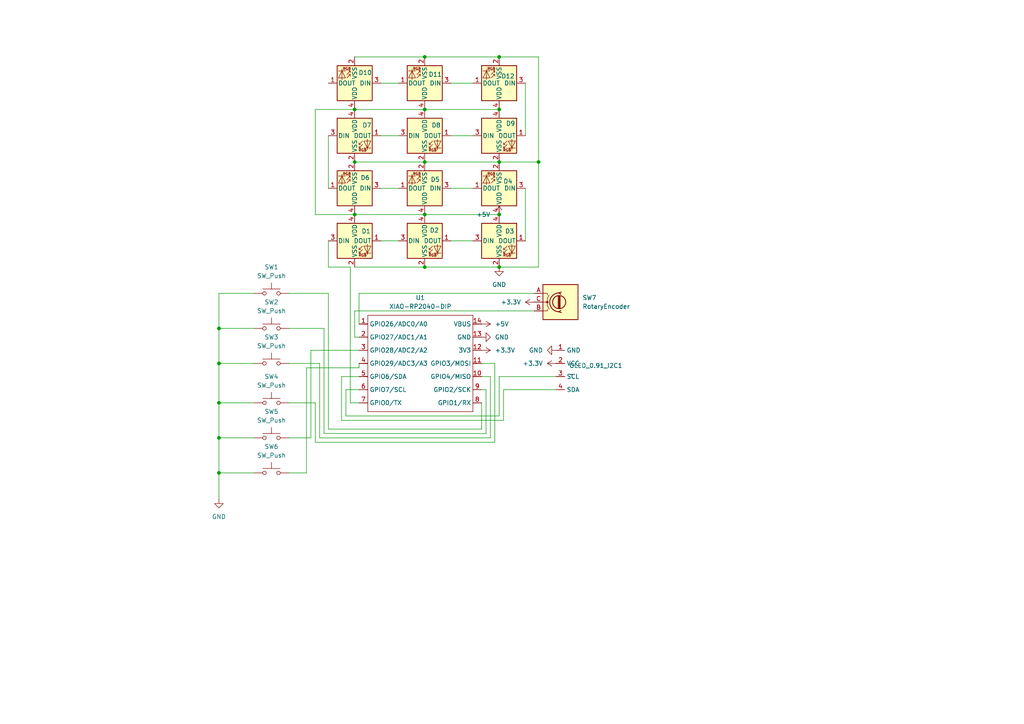
<source format=kicad_sch>
(kicad_sch
	(version 20250114)
	(generator "eeschema")
	(generator_version "9.0")
	(uuid "9ab72ab0-c606-4b1f-abfc-35f8f5ba4064")
	(paper "A4")
	(lib_symbols
		(symbol "Device:RotaryEncoder"
			(pin_names
				(offset 0.254)
				(hide yes)
			)
			(exclude_from_sim no)
			(in_bom yes)
			(on_board yes)
			(property "Reference" "SW"
				(at 0 6.604 0)
				(effects
					(font
						(size 1.27 1.27)
					)
				)
			)
			(property "Value" "RotaryEncoder"
				(at 0 -6.604 0)
				(effects
					(font
						(size 1.27 1.27)
					)
				)
			)
			(property "Footprint" ""
				(at -3.81 4.064 0)
				(effects
					(font
						(size 1.27 1.27)
					)
					(hide yes)
				)
			)
			(property "Datasheet" "~"
				(at 0 6.604 0)
				(effects
					(font
						(size 1.27 1.27)
					)
					(hide yes)
				)
			)
			(property "Description" "Rotary encoder, dual channel, incremental quadrate outputs"
				(at 0 0 0)
				(effects
					(font
						(size 1.27 1.27)
					)
					(hide yes)
				)
			)
			(property "ki_keywords" "rotary switch encoder"
				(at 0 0 0)
				(effects
					(font
						(size 1.27 1.27)
					)
					(hide yes)
				)
			)
			(property "ki_fp_filters" "RotaryEncoder*"
				(at 0 0 0)
				(effects
					(font
						(size 1.27 1.27)
					)
					(hide yes)
				)
			)
			(symbol "RotaryEncoder_0_1"
				(rectangle
					(start -5.08 5.08)
					(end 5.08 -5.08)
					(stroke
						(width 0.254)
						(type default)
					)
					(fill
						(type background)
					)
				)
				(polyline
					(pts
						(xy -5.08 2.54) (xy -3.81 2.54) (xy -3.81 2.032)
					)
					(stroke
						(width 0)
						(type default)
					)
					(fill
						(type none)
					)
				)
				(polyline
					(pts
						(xy -5.08 0) (xy -3.81 0) (xy -3.81 -1.016) (xy -3.302 -2.032)
					)
					(stroke
						(width 0)
						(type default)
					)
					(fill
						(type none)
					)
				)
				(polyline
					(pts
						(xy -5.08 -2.54) (xy -3.81 -2.54) (xy -3.81 -2.032)
					)
					(stroke
						(width 0)
						(type default)
					)
					(fill
						(type none)
					)
				)
				(polyline
					(pts
						(xy -4.318 0) (xy -3.81 0) (xy -3.81 1.016) (xy -3.302 2.032)
					)
					(stroke
						(width 0)
						(type default)
					)
					(fill
						(type none)
					)
				)
				(circle
					(center -3.81 0)
					(radius 0.254)
					(stroke
						(width 0)
						(type default)
					)
					(fill
						(type outline)
					)
				)
				(polyline
					(pts
						(xy -0.635 -1.778) (xy -0.635 1.778)
					)
					(stroke
						(width 0.254)
						(type default)
					)
					(fill
						(type none)
					)
				)
				(circle
					(center -0.381 0)
					(radius 1.905)
					(stroke
						(width 0.254)
						(type default)
					)
					(fill
						(type none)
					)
				)
				(polyline
					(pts
						(xy -0.381 -1.778) (xy -0.381 1.778)
					)
					(stroke
						(width 0.254)
						(type default)
					)
					(fill
						(type none)
					)
				)
				(arc
					(start -0.381 -2.794)
					(mid -3.0988 -0.0635)
					(end -0.381 2.667)
					(stroke
						(width 0.254)
						(type default)
					)
					(fill
						(type none)
					)
				)
				(polyline
					(pts
						(xy -0.127 1.778) (xy -0.127 -1.778)
					)
					(stroke
						(width 0.254)
						(type default)
					)
					(fill
						(type none)
					)
				)
				(polyline
					(pts
						(xy 0.254 2.921) (xy -0.508 2.667) (xy 0.127 2.286)
					)
					(stroke
						(width 0.254)
						(type default)
					)
					(fill
						(type none)
					)
				)
				(polyline
					(pts
						(xy 0.254 -3.048) (xy -0.508 -2.794) (xy 0.127 -2.413)
					)
					(stroke
						(width 0.254)
						(type default)
					)
					(fill
						(type none)
					)
				)
			)
			(symbol "RotaryEncoder_1_1"
				(pin passive line
					(at -7.62 2.54 0)
					(length 2.54)
					(name "A"
						(effects
							(font
								(size 1.27 1.27)
							)
						)
					)
					(number "A"
						(effects
							(font
								(size 1.27 1.27)
							)
						)
					)
				)
				(pin passive line
					(at -7.62 0 0)
					(length 2.54)
					(name "C"
						(effects
							(font
								(size 1.27 1.27)
							)
						)
					)
					(number "C"
						(effects
							(font
								(size 1.27 1.27)
							)
						)
					)
				)
				(pin passive line
					(at -7.62 -2.54 0)
					(length 2.54)
					(name "B"
						(effects
							(font
								(size 1.27 1.27)
							)
						)
					)
					(number "B"
						(effects
							(font
								(size 1.27 1.27)
							)
						)
					)
				)
			)
			(embedded_fonts no)
		)
		(symbol "LED:SK6812MINI"
			(pin_names
				(offset 0.254)
			)
			(exclude_from_sim no)
			(in_bom yes)
			(on_board yes)
			(property "Reference" "D"
				(at 5.08 5.715 0)
				(effects
					(font
						(size 1.27 1.27)
					)
					(justify right bottom)
				)
			)
			(property "Value" "SK6812MINI"
				(at 1.27 -5.715 0)
				(effects
					(font
						(size 1.27 1.27)
					)
					(justify left top)
				)
			)
			(property "Footprint" "LED_SMD:LED_SK6812MINI_PLCC4_3.5x3.5mm_P1.75mm"
				(at 1.27 -7.62 0)
				(effects
					(font
						(size 1.27 1.27)
					)
					(justify left top)
					(hide yes)
				)
			)
			(property "Datasheet" "https://cdn-shop.adafruit.com/product-files/2686/SK6812MINI_REV.01-1-2.pdf"
				(at 2.54 -9.525 0)
				(effects
					(font
						(size 1.27 1.27)
					)
					(justify left top)
					(hide yes)
				)
			)
			(property "Description" "RGB LED with integrated controller"
				(at 0 0 0)
				(effects
					(font
						(size 1.27 1.27)
					)
					(hide yes)
				)
			)
			(property "ki_keywords" "RGB LED NeoPixel Mini addressable"
				(at 0 0 0)
				(effects
					(font
						(size 1.27 1.27)
					)
					(hide yes)
				)
			)
			(property "ki_fp_filters" "LED*SK6812MINI*PLCC*3.5x3.5mm*P1.75mm*"
				(at 0 0 0)
				(effects
					(font
						(size 1.27 1.27)
					)
					(hide yes)
				)
			)
			(symbol "SK6812MINI_0_0"
				(text "RGB"
					(at 2.286 -4.191 0)
					(effects
						(font
							(size 0.762 0.762)
						)
					)
				)
			)
			(symbol "SK6812MINI_0_1"
				(polyline
					(pts
						(xy 1.27 -2.54) (xy 1.778 -2.54)
					)
					(stroke
						(width 0)
						(type default)
					)
					(fill
						(type none)
					)
				)
				(polyline
					(pts
						(xy 1.27 -3.556) (xy 1.778 -3.556)
					)
					(stroke
						(width 0)
						(type default)
					)
					(fill
						(type none)
					)
				)
				(polyline
					(pts
						(xy 2.286 -1.524) (xy 1.27 -2.54) (xy 1.27 -2.032)
					)
					(stroke
						(width 0)
						(type default)
					)
					(fill
						(type none)
					)
				)
				(polyline
					(pts
						(xy 2.286 -2.54) (xy 1.27 -3.556) (xy 1.27 -3.048)
					)
					(stroke
						(width 0)
						(type default)
					)
					(fill
						(type none)
					)
				)
				(polyline
					(pts
						(xy 3.683 -1.016) (xy 3.683 -3.556) (xy 3.683 -4.064)
					)
					(stroke
						(width 0)
						(type default)
					)
					(fill
						(type none)
					)
				)
				(polyline
					(pts
						(xy 4.699 -1.524) (xy 2.667 -1.524) (xy 3.683 -3.556) (xy 4.699 -1.524)
					)
					(stroke
						(width 0)
						(type default)
					)
					(fill
						(type none)
					)
				)
				(polyline
					(pts
						(xy 4.699 -3.556) (xy 2.667 -3.556)
					)
					(stroke
						(width 0)
						(type default)
					)
					(fill
						(type none)
					)
				)
				(rectangle
					(start 5.08 5.08)
					(end -5.08 -5.08)
					(stroke
						(width 0.254)
						(type default)
					)
					(fill
						(type background)
					)
				)
			)
			(symbol "SK6812MINI_1_1"
				(pin input line
					(at -7.62 0 0)
					(length 2.54)
					(name "DIN"
						(effects
							(font
								(size 1.27 1.27)
							)
						)
					)
					(number "3"
						(effects
							(font
								(size 1.27 1.27)
							)
						)
					)
				)
				(pin power_in line
					(at 0 7.62 270)
					(length 2.54)
					(name "VDD"
						(effects
							(font
								(size 1.27 1.27)
							)
						)
					)
					(number "4"
						(effects
							(font
								(size 1.27 1.27)
							)
						)
					)
				)
				(pin power_in line
					(at 0 -7.62 90)
					(length 2.54)
					(name "VSS"
						(effects
							(font
								(size 1.27 1.27)
							)
						)
					)
					(number "2"
						(effects
							(font
								(size 1.27 1.27)
							)
						)
					)
				)
				(pin output line
					(at 7.62 0 180)
					(length 2.54)
					(name "DOUT"
						(effects
							(font
								(size 1.27 1.27)
							)
						)
					)
					(number "1"
						(effects
							(font
								(size 1.27 1.27)
							)
						)
					)
				)
			)
			(embedded_fonts no)
		)
		(symbol "OPL:OLED_0.91_I2C"
			(exclude_from_sim no)
			(in_bom yes)
			(on_board yes)
			(property "Reference" "OLED_0.91_I2C"
				(at 0 0 0)
				(effects
					(font
						(size 1.27 1.27)
					)
				)
			)
			(property "Value" ""
				(at 0 0 0)
				(effects
					(font
						(size 1.27 1.27)
					)
				)
			)
			(property "Footprint" "Rotary_Encoder:SSD1306-0.91-OLED-4pin-128x32"
				(at 0 0 0)
				(effects
					(font
						(size 1.27 1.27)
					)
					(hide yes)
				)
			)
			(property "Datasheet" ""
				(at 0 0 0)
				(effects
					(font
						(size 1.27 1.27)
					)
					(hide yes)
				)
			)
			(property "Description" ""
				(at 0 0 0)
				(effects
					(font
						(size 1.27 1.27)
					)
					(hide yes)
				)
			)
			(symbol "OLED_0.91_I2C_1_1"
				(pin power_in line
					(at -1.27 -3.81 0)
					(length 2.54)
					(name "GND"
						(effects
							(font
								(size 1.27 1.27)
							)
						)
					)
					(number "1"
						(effects
							(font
								(size 1.27 1.27)
							)
						)
					)
				)
				(pin power_in line
					(at -1.27 -7.62 0)
					(length 2.54)
					(name "VCC"
						(effects
							(font
								(size 1.27 1.27)
							)
						)
					)
					(number "2"
						(effects
							(font
								(size 1.27 1.27)
							)
						)
					)
				)
				(pin input line
					(at -1.27 -11.43 0)
					(length 2.54)
					(name "SCL"
						(effects
							(font
								(size 1.27 1.27)
							)
						)
					)
					(number "3"
						(effects
							(font
								(size 1.27 1.27)
							)
						)
					)
				)
				(pin bidirectional line
					(at -1.27 -15.24 0)
					(length 2.54)
					(name "SDA"
						(effects
							(font
								(size 1.27 1.27)
							)
						)
					)
					(number "4"
						(effects
							(font
								(size 1.27 1.27)
							)
						)
					)
				)
			)
			(embedded_fonts no)
		)
		(symbol "OPL:XIAO-RP2040-DIP"
			(exclude_from_sim no)
			(in_bom yes)
			(on_board yes)
			(property "Reference" "U"
				(at 0 0 0)
				(effects
					(font
						(size 1.27 1.27)
					)
				)
			)
			(property "Value" "XIAO-RP2040-DIP"
				(at 5.334 -1.778 0)
				(effects
					(font
						(size 1.27 1.27)
					)
				)
			)
			(property "Footprint" "Module:MOUDLE14P-XIAO-DIP-SMD"
				(at 14.478 -32.258 0)
				(effects
					(font
						(size 1.27 1.27)
					)
					(hide yes)
				)
			)
			(property "Datasheet" ""
				(at 0 0 0)
				(effects
					(font
						(size 1.27 1.27)
					)
					(hide yes)
				)
			)
			(property "Description" ""
				(at 0 0 0)
				(effects
					(font
						(size 1.27 1.27)
					)
					(hide yes)
				)
			)
			(symbol "XIAO-RP2040-DIP_1_0"
				(polyline
					(pts
						(xy -1.27 -2.54) (xy 29.21 -2.54)
					)
					(stroke
						(width 0.1524)
						(type solid)
					)
					(fill
						(type none)
					)
				)
				(polyline
					(pts
						(xy -1.27 -5.08) (xy -2.54 -5.08)
					)
					(stroke
						(width 0.1524)
						(type solid)
					)
					(fill
						(type none)
					)
				)
				(polyline
					(pts
						(xy -1.27 -5.08) (xy -1.27 -2.54)
					)
					(stroke
						(width 0.1524)
						(type solid)
					)
					(fill
						(type none)
					)
				)
				(polyline
					(pts
						(xy -1.27 -8.89) (xy -2.54 -8.89)
					)
					(stroke
						(width 0.1524)
						(type solid)
					)
					(fill
						(type none)
					)
				)
				(polyline
					(pts
						(xy -1.27 -8.89) (xy -1.27 -5.08)
					)
					(stroke
						(width 0.1524)
						(type solid)
					)
					(fill
						(type none)
					)
				)
				(polyline
					(pts
						(xy -1.27 -12.7) (xy -2.54 -12.7)
					)
					(stroke
						(width 0.1524)
						(type solid)
					)
					(fill
						(type none)
					)
				)
				(polyline
					(pts
						(xy -1.27 -12.7) (xy -1.27 -8.89)
					)
					(stroke
						(width 0.1524)
						(type solid)
					)
					(fill
						(type none)
					)
				)
				(polyline
					(pts
						(xy -1.27 -16.51) (xy -2.54 -16.51)
					)
					(stroke
						(width 0.1524)
						(type solid)
					)
					(fill
						(type none)
					)
				)
				(polyline
					(pts
						(xy -1.27 -16.51) (xy -1.27 -12.7)
					)
					(stroke
						(width 0.1524)
						(type solid)
					)
					(fill
						(type none)
					)
				)
				(polyline
					(pts
						(xy -1.27 -20.32) (xy -2.54 -20.32)
					)
					(stroke
						(width 0.1524)
						(type solid)
					)
					(fill
						(type none)
					)
				)
				(polyline
					(pts
						(xy -1.27 -24.13) (xy -2.54 -24.13)
					)
					(stroke
						(width 0.1524)
						(type solid)
					)
					(fill
						(type none)
					)
				)
				(polyline
					(pts
						(xy -1.27 -27.94) (xy -2.54 -27.94)
					)
					(stroke
						(width 0.1524)
						(type solid)
					)
					(fill
						(type none)
					)
				)
				(polyline
					(pts
						(xy -1.27 -30.48) (xy -1.27 -16.51)
					)
					(stroke
						(width 0.1524)
						(type solid)
					)
					(fill
						(type none)
					)
				)
				(polyline
					(pts
						(xy 29.21 -2.54) (xy 29.21 -5.08)
					)
					(stroke
						(width 0.1524)
						(type solid)
					)
					(fill
						(type none)
					)
				)
				(polyline
					(pts
						(xy 29.21 -5.08) (xy 29.21 -8.89)
					)
					(stroke
						(width 0.1524)
						(type solid)
					)
					(fill
						(type none)
					)
				)
				(polyline
					(pts
						(xy 29.21 -8.89) (xy 29.21 -12.7)
					)
					(stroke
						(width 0.1524)
						(type solid)
					)
					(fill
						(type none)
					)
				)
				(polyline
					(pts
						(xy 29.21 -12.7) (xy 29.21 -30.48)
					)
					(stroke
						(width 0.1524)
						(type solid)
					)
					(fill
						(type none)
					)
				)
				(polyline
					(pts
						(xy 29.21 -30.48) (xy -1.27 -30.48)
					)
					(stroke
						(width 0.1524)
						(type solid)
					)
					(fill
						(type none)
					)
				)
				(polyline
					(pts
						(xy 30.48 -5.08) (xy 29.21 -5.08)
					)
					(stroke
						(width 0.1524)
						(type solid)
					)
					(fill
						(type none)
					)
				)
				(polyline
					(pts
						(xy 30.48 -8.89) (xy 29.21 -8.89)
					)
					(stroke
						(width 0.1524)
						(type solid)
					)
					(fill
						(type none)
					)
				)
				(polyline
					(pts
						(xy 30.48 -12.7) (xy 29.21 -12.7)
					)
					(stroke
						(width 0.1524)
						(type solid)
					)
					(fill
						(type none)
					)
				)
				(polyline
					(pts
						(xy 30.48 -16.51) (xy 29.21 -16.51)
					)
					(stroke
						(width 0.1524)
						(type solid)
					)
					(fill
						(type none)
					)
				)
				(polyline
					(pts
						(xy 30.48 -20.32) (xy 29.21 -20.32)
					)
					(stroke
						(width 0.1524)
						(type solid)
					)
					(fill
						(type none)
					)
				)
				(polyline
					(pts
						(xy 30.48 -24.13) (xy 29.21 -24.13)
					)
					(stroke
						(width 0.1524)
						(type solid)
					)
					(fill
						(type none)
					)
				)
				(polyline
					(pts
						(xy 30.48 -27.94) (xy 29.21 -27.94)
					)
					(stroke
						(width 0.1524)
						(type solid)
					)
					(fill
						(type none)
					)
				)
				(pin passive line
					(at -3.81 -5.08 0)
					(length 2.54)
					(name "GPIO26/ADC0/A0"
						(effects
							(font
								(size 1.27 1.27)
							)
						)
					)
					(number "1"
						(effects
							(font
								(size 1.27 1.27)
							)
						)
					)
				)
				(pin passive line
					(at -3.81 -8.89 0)
					(length 2.54)
					(name "GPIO27/ADC1/A1"
						(effects
							(font
								(size 1.27 1.27)
							)
						)
					)
					(number "2"
						(effects
							(font
								(size 1.27 1.27)
							)
						)
					)
				)
				(pin passive line
					(at -3.81 -12.7 0)
					(length 2.54)
					(name "GPIO28/ADC2/A2"
						(effects
							(font
								(size 1.27 1.27)
							)
						)
					)
					(number "3"
						(effects
							(font
								(size 1.27 1.27)
							)
						)
					)
				)
				(pin passive line
					(at -3.81 -16.51 0)
					(length 2.54)
					(name "GPIO29/ADC3/A3"
						(effects
							(font
								(size 1.27 1.27)
							)
						)
					)
					(number "4"
						(effects
							(font
								(size 1.27 1.27)
							)
						)
					)
				)
				(pin passive line
					(at -3.81 -20.32 0)
					(length 2.54)
					(name "GPIO6/SDA"
						(effects
							(font
								(size 1.27 1.27)
							)
						)
					)
					(number "5"
						(effects
							(font
								(size 1.27 1.27)
							)
						)
					)
				)
				(pin passive line
					(at -3.81 -24.13 0)
					(length 2.54)
					(name "GPIO7/SCL"
						(effects
							(font
								(size 1.27 1.27)
							)
						)
					)
					(number "6"
						(effects
							(font
								(size 1.27 1.27)
							)
						)
					)
				)
				(pin passive line
					(at -3.81 -27.94 0)
					(length 2.54)
					(name "GPIO0/TX"
						(effects
							(font
								(size 1.27 1.27)
							)
						)
					)
					(number "7"
						(effects
							(font
								(size 1.27 1.27)
							)
						)
					)
				)
				(pin passive line
					(at 31.75 -5.08 180)
					(length 2.54)
					(name "VBUS"
						(effects
							(font
								(size 1.27 1.27)
							)
						)
					)
					(number "14"
						(effects
							(font
								(size 1.27 1.27)
							)
						)
					)
				)
				(pin passive line
					(at 31.75 -8.89 180)
					(length 2.54)
					(name "GND"
						(effects
							(font
								(size 1.27 1.27)
							)
						)
					)
					(number "13"
						(effects
							(font
								(size 1.27 1.27)
							)
						)
					)
				)
				(pin passive line
					(at 31.75 -12.7 180)
					(length 2.54)
					(name "3V3"
						(effects
							(font
								(size 1.27 1.27)
							)
						)
					)
					(number "12"
						(effects
							(font
								(size 1.27 1.27)
							)
						)
					)
				)
				(pin passive line
					(at 31.75 -16.51 180)
					(length 2.54)
					(name "GPIO3/MOSI"
						(effects
							(font
								(size 1.27 1.27)
							)
						)
					)
					(number "11"
						(effects
							(font
								(size 1.27 1.27)
							)
						)
					)
				)
				(pin passive line
					(at 31.75 -20.32 180)
					(length 2.54)
					(name "GPIO4/MISO"
						(effects
							(font
								(size 1.27 1.27)
							)
						)
					)
					(number "10"
						(effects
							(font
								(size 1.27 1.27)
							)
						)
					)
				)
				(pin passive line
					(at 31.75 -24.13 180)
					(length 2.54)
					(name "GPIO2/SCK"
						(effects
							(font
								(size 1.27 1.27)
							)
						)
					)
					(number "9"
						(effects
							(font
								(size 1.27 1.27)
							)
						)
					)
				)
				(pin passive line
					(at 31.75 -27.94 180)
					(length 2.54)
					(name "GPIO1/RX"
						(effects
							(font
								(size 1.27 1.27)
							)
						)
					)
					(number "8"
						(effects
							(font
								(size 1.27 1.27)
							)
						)
					)
				)
			)
			(embedded_fonts no)
		)
		(symbol "Switch:SW_Push"
			(pin_numbers
				(hide yes)
			)
			(pin_names
				(offset 1.016)
				(hide yes)
			)
			(exclude_from_sim no)
			(in_bom yes)
			(on_board yes)
			(property "Reference" "SW"
				(at 1.27 2.54 0)
				(effects
					(font
						(size 1.27 1.27)
					)
					(justify left)
				)
			)
			(property "Value" "SW_Push"
				(at 0 -1.524 0)
				(effects
					(font
						(size 1.27 1.27)
					)
				)
			)
			(property "Footprint" ""
				(at 0 5.08 0)
				(effects
					(font
						(size 1.27 1.27)
					)
					(hide yes)
				)
			)
			(property "Datasheet" "~"
				(at 0 5.08 0)
				(effects
					(font
						(size 1.27 1.27)
					)
					(hide yes)
				)
			)
			(property "Description" "Push button switch, generic, two pins"
				(at 0 0 0)
				(effects
					(font
						(size 1.27 1.27)
					)
					(hide yes)
				)
			)
			(property "ki_keywords" "switch normally-open pushbutton push-button"
				(at 0 0 0)
				(effects
					(font
						(size 1.27 1.27)
					)
					(hide yes)
				)
			)
			(symbol "SW_Push_0_1"
				(circle
					(center -2.032 0)
					(radius 0.508)
					(stroke
						(width 0)
						(type default)
					)
					(fill
						(type none)
					)
				)
				(polyline
					(pts
						(xy 0 1.27) (xy 0 3.048)
					)
					(stroke
						(width 0)
						(type default)
					)
					(fill
						(type none)
					)
				)
				(circle
					(center 2.032 0)
					(radius 0.508)
					(stroke
						(width 0)
						(type default)
					)
					(fill
						(type none)
					)
				)
				(polyline
					(pts
						(xy 2.54 1.27) (xy -2.54 1.27)
					)
					(stroke
						(width 0)
						(type default)
					)
					(fill
						(type none)
					)
				)
				(pin passive line
					(at -5.08 0 0)
					(length 2.54)
					(name "1"
						(effects
							(font
								(size 1.27 1.27)
							)
						)
					)
					(number "1"
						(effects
							(font
								(size 1.27 1.27)
							)
						)
					)
				)
				(pin passive line
					(at 5.08 0 180)
					(length 2.54)
					(name "2"
						(effects
							(font
								(size 1.27 1.27)
							)
						)
					)
					(number "2"
						(effects
							(font
								(size 1.27 1.27)
							)
						)
					)
				)
			)
			(embedded_fonts no)
		)
		(symbol "power:+3.3V"
			(power)
			(pin_numbers
				(hide yes)
			)
			(pin_names
				(offset 0)
				(hide yes)
			)
			(exclude_from_sim no)
			(in_bom yes)
			(on_board yes)
			(property "Reference" "#PWR"
				(at 0 -3.81 0)
				(effects
					(font
						(size 1.27 1.27)
					)
					(hide yes)
				)
			)
			(property "Value" "+3.3V"
				(at 0 3.556 0)
				(effects
					(font
						(size 1.27 1.27)
					)
				)
			)
			(property "Footprint" ""
				(at 0 0 0)
				(effects
					(font
						(size 1.27 1.27)
					)
					(hide yes)
				)
			)
			(property "Datasheet" ""
				(at 0 0 0)
				(effects
					(font
						(size 1.27 1.27)
					)
					(hide yes)
				)
			)
			(property "Description" "Power symbol creates a global label with name \"+3.3V\""
				(at 0 0 0)
				(effects
					(font
						(size 1.27 1.27)
					)
					(hide yes)
				)
			)
			(property "ki_keywords" "global power"
				(at 0 0 0)
				(effects
					(font
						(size 1.27 1.27)
					)
					(hide yes)
				)
			)
			(symbol "+3.3V_0_1"
				(polyline
					(pts
						(xy -0.762 1.27) (xy 0 2.54)
					)
					(stroke
						(width 0)
						(type default)
					)
					(fill
						(type none)
					)
				)
				(polyline
					(pts
						(xy 0 2.54) (xy 0.762 1.27)
					)
					(stroke
						(width 0)
						(type default)
					)
					(fill
						(type none)
					)
				)
				(polyline
					(pts
						(xy 0 0) (xy 0 2.54)
					)
					(stroke
						(width 0)
						(type default)
					)
					(fill
						(type none)
					)
				)
			)
			(symbol "+3.3V_1_1"
				(pin power_in line
					(at 0 0 90)
					(length 0)
					(name "~"
						(effects
							(font
								(size 1.27 1.27)
							)
						)
					)
					(number "1"
						(effects
							(font
								(size 1.27 1.27)
							)
						)
					)
				)
			)
			(embedded_fonts no)
		)
		(symbol "power:+5V"
			(power)
			(pin_numbers
				(hide yes)
			)
			(pin_names
				(offset 0)
				(hide yes)
			)
			(exclude_from_sim no)
			(in_bom yes)
			(on_board yes)
			(property "Reference" "#PWR"
				(at 0 -3.81 0)
				(effects
					(font
						(size 1.27 1.27)
					)
					(hide yes)
				)
			)
			(property "Value" "+5V"
				(at 0 3.556 0)
				(effects
					(font
						(size 1.27 1.27)
					)
				)
			)
			(property "Footprint" ""
				(at 0 0 0)
				(effects
					(font
						(size 1.27 1.27)
					)
					(hide yes)
				)
			)
			(property "Datasheet" ""
				(at 0 0 0)
				(effects
					(font
						(size 1.27 1.27)
					)
					(hide yes)
				)
			)
			(property "Description" "Power symbol creates a global label with name \"+5V\""
				(at 0 0 0)
				(effects
					(font
						(size 1.27 1.27)
					)
					(hide yes)
				)
			)
			(property "ki_keywords" "global power"
				(at 0 0 0)
				(effects
					(font
						(size 1.27 1.27)
					)
					(hide yes)
				)
			)
			(symbol "+5V_0_1"
				(polyline
					(pts
						(xy -0.762 1.27) (xy 0 2.54)
					)
					(stroke
						(width 0)
						(type default)
					)
					(fill
						(type none)
					)
				)
				(polyline
					(pts
						(xy 0 2.54) (xy 0.762 1.27)
					)
					(stroke
						(width 0)
						(type default)
					)
					(fill
						(type none)
					)
				)
				(polyline
					(pts
						(xy 0 0) (xy 0 2.54)
					)
					(stroke
						(width 0)
						(type default)
					)
					(fill
						(type none)
					)
				)
			)
			(symbol "+5V_1_1"
				(pin power_in line
					(at 0 0 90)
					(length 0)
					(name "~"
						(effects
							(font
								(size 1.27 1.27)
							)
						)
					)
					(number "1"
						(effects
							(font
								(size 1.27 1.27)
							)
						)
					)
				)
			)
			(embedded_fonts no)
		)
		(symbol "power:GND"
			(power)
			(pin_numbers
				(hide yes)
			)
			(pin_names
				(offset 0)
				(hide yes)
			)
			(exclude_from_sim no)
			(in_bom yes)
			(on_board yes)
			(property "Reference" "#PWR"
				(at 0 -6.35 0)
				(effects
					(font
						(size 1.27 1.27)
					)
					(hide yes)
				)
			)
			(property "Value" "GND"
				(at 0 -3.81 0)
				(effects
					(font
						(size 1.27 1.27)
					)
				)
			)
			(property "Footprint" ""
				(at 0 0 0)
				(effects
					(font
						(size 1.27 1.27)
					)
					(hide yes)
				)
			)
			(property "Datasheet" ""
				(at 0 0 0)
				(effects
					(font
						(size 1.27 1.27)
					)
					(hide yes)
				)
			)
			(property "Description" "Power symbol creates a global label with name \"GND\" , ground"
				(at 0 0 0)
				(effects
					(font
						(size 1.27 1.27)
					)
					(hide yes)
				)
			)
			(property "ki_keywords" "global power"
				(at 0 0 0)
				(effects
					(font
						(size 1.27 1.27)
					)
					(hide yes)
				)
			)
			(symbol "GND_0_1"
				(polyline
					(pts
						(xy 0 0) (xy 0 -1.27) (xy 1.27 -1.27) (xy 0 -2.54) (xy -1.27 -1.27) (xy 0 -1.27)
					)
					(stroke
						(width 0)
						(type default)
					)
					(fill
						(type none)
					)
				)
			)
			(symbol "GND_1_1"
				(pin power_in line
					(at 0 0 270)
					(length 0)
					(name "~"
						(effects
							(font
								(size 1.27 1.27)
							)
						)
					)
					(number "1"
						(effects
							(font
								(size 1.27 1.27)
							)
						)
					)
				)
			)
			(embedded_fonts no)
		)
	)
	(junction
		(at 102.87 46.99)
		(diameter 0)
		(color 0 0 0 0)
		(uuid "03075662-7354-4977-b380-f437fe620538")
	)
	(junction
		(at 123.19 62.23)
		(diameter 0)
		(color 0 0 0 0)
		(uuid "0d5779e3-4aea-4ed0-b5a0-98cb8071cd90")
	)
	(junction
		(at 156.21 46.99)
		(diameter 0)
		(color 0 0 0 0)
		(uuid "15c3d55f-d42e-4245-89bc-862c3c70bf0a")
	)
	(junction
		(at 63.5 105.41)
		(diameter 0)
		(color 0 0 0 0)
		(uuid "305f9f39-35f5-4a5c-80d5-ea1c7d0a22f5")
	)
	(junction
		(at 102.87 62.23)
		(diameter 0)
		(color 0 0 0 0)
		(uuid "376a6638-d0b4-41bf-8b1a-7dcbdafd41d2")
	)
	(junction
		(at 144.78 16.51)
		(diameter 0)
		(color 0 0 0 0)
		(uuid "3e9b1a83-be1d-4c30-ae97-f4fdba873a75")
	)
	(junction
		(at 63.5 116.84)
		(diameter 0)
		(color 0 0 0 0)
		(uuid "50c1e0d9-924a-4264-9687-9fe13bf7a7a0")
	)
	(junction
		(at 123.19 16.51)
		(diameter 0)
		(color 0 0 0 0)
		(uuid "704b5ff5-943d-48da-9f97-11911d6e98d1")
	)
	(junction
		(at 144.78 77.47)
		(diameter 0)
		(color 0 0 0 0)
		(uuid "7d9b0b5b-04ef-46e8-85da-d511ceb5370c")
	)
	(junction
		(at 63.5 127)
		(diameter 0)
		(color 0 0 0 0)
		(uuid "882de3fc-b88d-4684-9a38-43092fd18eb5")
	)
	(junction
		(at 63.5 137.16)
		(diameter 0)
		(color 0 0 0 0)
		(uuid "922f24bc-c218-4dee-9e58-6a9354d8fc71")
	)
	(junction
		(at 144.78 31.75)
		(diameter 0)
		(color 0 0 0 0)
		(uuid "925b6f63-d0c1-4eed-b5f2-b50a98d9bb4e")
	)
	(junction
		(at 123.19 77.47)
		(diameter 0)
		(color 0 0 0 0)
		(uuid "a3b78571-e19c-47f2-bf41-666c658e1cb7")
	)
	(junction
		(at 123.19 46.99)
		(diameter 0)
		(color 0 0 0 0)
		(uuid "af5ffce8-e3ff-476d-9403-f8752187589d")
	)
	(junction
		(at 144.78 62.23)
		(diameter 0)
		(color 0 0 0 0)
		(uuid "c16f17b1-af11-4a06-91f7-54692b4afe10")
	)
	(junction
		(at 102.87 31.75)
		(diameter 0)
		(color 0 0 0 0)
		(uuid "c1d3bbe3-5c66-49fb-8fe1-34b1f6a5086e")
	)
	(junction
		(at 144.78 46.99)
		(diameter 0)
		(color 0 0 0 0)
		(uuid "c3e52499-71a1-4932-9567-d2d5a9cfd144")
	)
	(junction
		(at 63.5 95.25)
		(diameter 0)
		(color 0 0 0 0)
		(uuid "c93d4eed-0735-40f2-b9f3-46c3d3007073")
	)
	(junction
		(at 123.19 31.75)
		(diameter 0)
		(color 0 0 0 0)
		(uuid "f73ae32c-4f2e-46a7-9820-2981d623c6a8")
	)
	(wire
		(pts
			(xy 102.87 31.75) (xy 123.19 31.75)
		)
		(stroke
			(width 0)
			(type default)
		)
		(uuid "023cb82c-c9a5-4b45-afa6-a6e29d5a7fd6")
	)
	(wire
		(pts
			(xy 144.78 120.65) (xy 100.33 120.65)
		)
		(stroke
			(width 0)
			(type default)
		)
		(uuid "047dfae4-ad90-498f-b3a9-fc991adcb9e4")
	)
	(wire
		(pts
			(xy 130.81 69.85) (xy 137.16 69.85)
		)
		(stroke
			(width 0)
			(type default)
		)
		(uuid "0e7dc32d-fa95-4259-8403-c4f8347757f0")
	)
	(wire
		(pts
			(xy 144.78 109.22) (xy 144.78 120.65)
		)
		(stroke
			(width 0)
			(type default)
		)
		(uuid "155b066f-e69e-45ef-9471-ced1aedd37ba")
	)
	(wire
		(pts
			(xy 154.94 90.17) (xy 102.87 90.17)
		)
		(stroke
			(width 0)
			(type default)
		)
		(uuid "1c56420c-cdc8-4c2d-9852-9aa4f475834f")
	)
	(wire
		(pts
			(xy 152.4 24.13) (xy 152.4 39.37)
		)
		(stroke
			(width 0)
			(type default)
		)
		(uuid "1cd551c4-ff00-4c66-96d8-023ef499d67b")
	)
	(wire
		(pts
			(xy 123.19 16.51) (xy 144.78 16.51)
		)
		(stroke
			(width 0)
			(type default)
		)
		(uuid "205ac1dd-a100-4a3b-8a93-30204fe53b3d")
	)
	(wire
		(pts
			(xy 143.51 128.27) (xy 143.51 105.41)
		)
		(stroke
			(width 0)
			(type default)
		)
		(uuid "23d52ca1-32cd-4c92-a56b-05fe99d05654")
	)
	(wire
		(pts
			(xy 90.17 101.6) (xy 104.14 101.6)
		)
		(stroke
			(width 0)
			(type default)
		)
		(uuid "27c2414d-ddbe-40c9-ad04-e16d67844be5")
	)
	(wire
		(pts
			(xy 130.81 54.61) (xy 137.16 54.61)
		)
		(stroke
			(width 0)
			(type default)
		)
		(uuid "280e24d4-caa7-4b8a-bf54-909fb42e7c68")
	)
	(wire
		(pts
			(xy 63.5 127) (xy 63.5 137.16)
		)
		(stroke
			(width 0)
			(type default)
		)
		(uuid "2b547b4f-9592-4d51-9329-381799f11ff4")
	)
	(wire
		(pts
			(xy 146.05 113.03) (xy 146.05 121.92)
		)
		(stroke
			(width 0)
			(type default)
		)
		(uuid "2bc01e19-64b4-4277-b7d6-0ed4747ebbc1")
	)
	(wire
		(pts
			(xy 95.25 85.09) (xy 95.25 124.46)
		)
		(stroke
			(width 0)
			(type default)
		)
		(uuid "2bdce5de-e2aa-4844-9d1f-f5f3c2959e6f")
	)
	(wire
		(pts
			(xy 90.17 101.6) (xy 90.17 127)
		)
		(stroke
			(width 0)
			(type default)
		)
		(uuid "2df25cb1-2005-4ba2-999b-4143671d296a")
	)
	(wire
		(pts
			(xy 83.82 85.09) (xy 95.25 85.09)
		)
		(stroke
			(width 0)
			(type default)
		)
		(uuid "331e5255-a222-4268-adb3-dac0afb25711")
	)
	(wire
		(pts
			(xy 140.97 125.73) (xy 140.97 113.03)
		)
		(stroke
			(width 0)
			(type default)
		)
		(uuid "354f1512-0a17-4695-a31e-5ceb69731514")
	)
	(wire
		(pts
			(xy 95.25 124.46) (xy 139.7 124.46)
		)
		(stroke
			(width 0)
			(type default)
		)
		(uuid "35a58dca-4d2b-4e84-a399-4653b05877e2")
	)
	(wire
		(pts
			(xy 63.5 127) (xy 73.66 127)
		)
		(stroke
			(width 0)
			(type default)
		)
		(uuid "38918ab7-b40f-4e6f-9b61-08f248e932ca")
	)
	(wire
		(pts
			(xy 102.87 77.47) (xy 123.19 77.47)
		)
		(stroke
			(width 0)
			(type default)
		)
		(uuid "3cc383e7-9a33-4b24-a5c3-e331ee09f1ce")
	)
	(wire
		(pts
			(xy 152.4 54.61) (xy 152.4 69.85)
		)
		(stroke
			(width 0)
			(type default)
		)
		(uuid "3df32d0e-33a0-469d-a647-361510ffe7c0")
	)
	(wire
		(pts
			(xy 156.21 77.47) (xy 156.21 46.99)
		)
		(stroke
			(width 0)
			(type default)
		)
		(uuid "3fb8ace0-11ed-495e-b5ea-f70b1d6c6114")
	)
	(wire
		(pts
			(xy 102.87 97.79) (xy 104.14 97.79)
		)
		(stroke
			(width 0)
			(type default)
		)
		(uuid "409060fb-84dc-40c1-95fb-2e45416e61ef")
	)
	(wire
		(pts
			(xy 104.14 85.09) (xy 104.14 93.98)
		)
		(stroke
			(width 0)
			(type default)
		)
		(uuid "413ccff3-45f8-4c0a-9c47-b63dc88c3b49")
	)
	(wire
		(pts
			(xy 95.25 77.47) (xy 101.6 77.47)
		)
		(stroke
			(width 0)
			(type default)
		)
		(uuid "41f8d5a2-f374-4af6-a419-a463366d6ff0")
	)
	(wire
		(pts
			(xy 63.5 95.25) (xy 63.5 85.09)
		)
		(stroke
			(width 0)
			(type default)
		)
		(uuid "42d2570e-8d52-4d3e-b3ac-4049fdd05082")
	)
	(wire
		(pts
			(xy 88.9 106.68) (xy 88.9 137.16)
		)
		(stroke
			(width 0)
			(type default)
		)
		(uuid "4572f9f9-dcc7-4bf5-b63c-e599985e783f")
	)
	(wire
		(pts
			(xy 63.5 105.41) (xy 73.66 105.41)
		)
		(stroke
			(width 0)
			(type default)
		)
		(uuid "47a76ae0-d12d-4261-b1d1-091212480fac")
	)
	(wire
		(pts
			(xy 156.21 46.99) (xy 156.21 16.51)
		)
		(stroke
			(width 0)
			(type default)
		)
		(uuid "4908b5d9-6f7d-4de8-b6ad-49c3d07212b2")
	)
	(wire
		(pts
			(xy 95.25 69.85) (xy 95.25 77.47)
		)
		(stroke
			(width 0)
			(type default)
		)
		(uuid "4c8f717c-d354-4417-ad3f-d81393669825")
	)
	(wire
		(pts
			(xy 95.25 39.37) (xy 95.25 54.61)
		)
		(stroke
			(width 0)
			(type default)
		)
		(uuid "4fdca6fc-b458-4f72-9427-1f77ee32ab7d")
	)
	(wire
		(pts
			(xy 93.98 95.25) (xy 93.98 125.73)
		)
		(stroke
			(width 0)
			(type default)
		)
		(uuid "554d4766-2f01-483d-9e4e-06087d292dec")
	)
	(wire
		(pts
			(xy 110.49 69.85) (xy 115.57 69.85)
		)
		(stroke
			(width 0)
			(type default)
		)
		(uuid "57a15f20-115e-425f-893c-2070f75ad3c5")
	)
	(wire
		(pts
			(xy 63.5 95.25) (xy 63.5 105.41)
		)
		(stroke
			(width 0)
			(type default)
		)
		(uuid "618b145c-baf8-4eb7-bd7a-e62679ed9685")
	)
	(wire
		(pts
			(xy 144.78 46.99) (xy 156.21 46.99)
		)
		(stroke
			(width 0)
			(type default)
		)
		(uuid "61c7346d-2033-462f-8e55-933297804239")
	)
	(wire
		(pts
			(xy 142.24 109.22) (xy 139.7 109.22)
		)
		(stroke
			(width 0)
			(type default)
		)
		(uuid "6292d790-f1c8-4613-9f84-030880fd0665")
	)
	(wire
		(pts
			(xy 100.33 113.03) (xy 104.14 113.03)
		)
		(stroke
			(width 0)
			(type default)
		)
		(uuid "6993649a-aab6-4a99-82d8-ccf241e196a9")
	)
	(wire
		(pts
			(xy 110.49 54.61) (xy 115.57 54.61)
		)
		(stroke
			(width 0)
			(type default)
		)
		(uuid "6fb09a26-0eb0-4dc8-ac51-c1754dc96cb6")
	)
	(wire
		(pts
			(xy 91.44 128.27) (xy 143.51 128.27)
		)
		(stroke
			(width 0)
			(type default)
		)
		(uuid "7326e157-2a65-4c3d-b947-fa6eab0c22ff")
	)
	(wire
		(pts
			(xy 63.5 116.84) (xy 63.5 127)
		)
		(stroke
			(width 0)
			(type default)
		)
		(uuid "73e290ff-74ce-4052-869e-7f6342b4e0f0")
	)
	(wire
		(pts
			(xy 63.5 116.84) (xy 73.66 116.84)
		)
		(stroke
			(width 0)
			(type default)
		)
		(uuid "79fb1917-a63e-471b-a37f-5ea71a9f65df")
	)
	(wire
		(pts
			(xy 102.87 16.51) (xy 123.19 16.51)
		)
		(stroke
			(width 0)
			(type default)
		)
		(uuid "7e79ad8c-9e11-44d8-b2ec-764d76dff043")
	)
	(wire
		(pts
			(xy 139.7 105.41) (xy 143.51 105.41)
		)
		(stroke
			(width 0)
			(type default)
		)
		(uuid "7f11e5d6-c99c-4395-ac09-cf67e4bd5250")
	)
	(wire
		(pts
			(xy 123.19 46.99) (xy 144.78 46.99)
		)
		(stroke
			(width 0)
			(type default)
		)
		(uuid "8550d062-1abc-44b7-ad8e-6eb768883a2e")
	)
	(wire
		(pts
			(xy 91.44 31.75) (xy 91.44 62.23)
		)
		(stroke
			(width 0)
			(type default)
		)
		(uuid "8c57f626-6798-49b4-8f37-201037acf41b")
	)
	(wire
		(pts
			(xy 92.71 105.41) (xy 92.71 127)
		)
		(stroke
			(width 0)
			(type default)
		)
		(uuid "8dd772db-ccf9-42a6-a41f-bbd5b807ec75")
	)
	(wire
		(pts
			(xy 99.06 121.92) (xy 99.06 109.22)
		)
		(stroke
			(width 0)
			(type default)
		)
		(uuid "8fecf581-4cb6-4881-b9a1-ef6a37419475")
	)
	(wire
		(pts
			(xy 142.24 127) (xy 142.24 109.22)
		)
		(stroke
			(width 0)
			(type default)
		)
		(uuid "91cf332f-8c2c-4034-b143-22d399151a23")
	)
	(wire
		(pts
			(xy 92.71 127) (xy 142.24 127)
		)
		(stroke
			(width 0)
			(type default)
		)
		(uuid "97367aa2-034c-4908-9440-f8d974ac779f")
	)
	(wire
		(pts
			(xy 63.5 105.41) (xy 63.5 116.84)
		)
		(stroke
			(width 0)
			(type default)
		)
		(uuid "990fe3d0-a497-4ec2-919e-d720eae5cd8f")
	)
	(wire
		(pts
			(xy 83.82 137.16) (xy 88.9 137.16)
		)
		(stroke
			(width 0)
			(type default)
		)
		(uuid "9a788c40-48d0-477e-8bd8-b70b9d482506")
	)
	(wire
		(pts
			(xy 102.87 62.23) (xy 123.19 62.23)
		)
		(stroke
			(width 0)
			(type default)
		)
		(uuid "a0a94c92-62be-4247-8865-4c3f6bdf661e")
	)
	(wire
		(pts
			(xy 161.29 109.22) (xy 144.78 109.22)
		)
		(stroke
			(width 0)
			(type default)
		)
		(uuid "a10f422c-a90a-4f65-b7a7-c4f6c717dbfe")
	)
	(wire
		(pts
			(xy 83.82 116.84) (xy 91.44 116.84)
		)
		(stroke
			(width 0)
			(type default)
		)
		(uuid "a3953fae-a3d6-492d-84cc-e2d909bfade5")
	)
	(wire
		(pts
			(xy 139.7 124.46) (xy 139.7 116.84)
		)
		(stroke
			(width 0)
			(type default)
		)
		(uuid "a3c56b97-29c2-4a58-95ab-0c0ff024f12a")
	)
	(wire
		(pts
			(xy 144.78 77.47) (xy 156.21 77.47)
		)
		(stroke
			(width 0)
			(type default)
		)
		(uuid "a4aaa291-6599-4a0c-9592-08b9704502ab")
	)
	(wire
		(pts
			(xy 154.94 85.09) (xy 104.14 85.09)
		)
		(stroke
			(width 0)
			(type default)
		)
		(uuid "a5bf61fd-4f9d-49db-8b91-62d6ebecda58")
	)
	(wire
		(pts
			(xy 161.29 113.03) (xy 146.05 113.03)
		)
		(stroke
			(width 0)
			(type default)
		)
		(uuid "a5cade8e-bd0b-4f5b-ba8c-44b5ec4d72f0")
	)
	(wire
		(pts
			(xy 123.19 31.75) (xy 144.78 31.75)
		)
		(stroke
			(width 0)
			(type default)
		)
		(uuid "a6fb2394-3a79-4d48-b91d-cc1d70767ee4")
	)
	(wire
		(pts
			(xy 83.82 105.41) (xy 92.71 105.41)
		)
		(stroke
			(width 0)
			(type default)
		)
		(uuid "aca88eca-8793-44c1-9c91-24f0dded2b56")
	)
	(wire
		(pts
			(xy 110.49 39.37) (xy 115.57 39.37)
		)
		(stroke
			(width 0)
			(type default)
		)
		(uuid "b9fc1718-eaf8-422d-b582-6e698a29a843")
	)
	(wire
		(pts
			(xy 91.44 116.84) (xy 91.44 128.27)
		)
		(stroke
			(width 0)
			(type default)
		)
		(uuid "baa4d074-bafd-49f8-b7ff-8bdde1eea868")
	)
	(wire
		(pts
			(xy 123.19 77.47) (xy 144.78 77.47)
		)
		(stroke
			(width 0)
			(type default)
		)
		(uuid "bcd54d78-faaa-405c-ad07-8a71700491a2")
	)
	(wire
		(pts
			(xy 83.82 127) (xy 90.17 127)
		)
		(stroke
			(width 0)
			(type default)
		)
		(uuid "bd6c8f73-ef86-4eee-8f84-ba3cbfce0027")
	)
	(wire
		(pts
			(xy 102.87 90.17) (xy 102.87 97.79)
		)
		(stroke
			(width 0)
			(type default)
		)
		(uuid "c18d07b4-cff2-4ad2-8d1c-1d5434331587")
	)
	(wire
		(pts
			(xy 123.19 62.23) (xy 144.78 62.23)
		)
		(stroke
			(width 0)
			(type default)
		)
		(uuid "c4ddba22-79cf-496a-bf70-5cd32b1b12ef")
	)
	(wire
		(pts
			(xy 110.49 24.13) (xy 115.57 24.13)
		)
		(stroke
			(width 0)
			(type default)
		)
		(uuid "c64997ab-73d9-4e95-b8e3-4b21be09c209")
	)
	(wire
		(pts
			(xy 130.81 24.13) (xy 137.16 24.13)
		)
		(stroke
			(width 0)
			(type default)
		)
		(uuid "c6cb2d74-41b4-4e9d-b284-f2995c55cc4d")
	)
	(wire
		(pts
			(xy 101.6 116.84) (xy 104.14 116.84)
		)
		(stroke
			(width 0)
			(type default)
		)
		(uuid "c7b5a81d-1205-4261-8543-285249fd482b")
	)
	(wire
		(pts
			(xy 63.5 137.16) (xy 63.5 144.78)
		)
		(stroke
			(width 0)
			(type default)
		)
		(uuid "c83748ea-b333-42bd-b146-e31d1554b3b1")
	)
	(wire
		(pts
			(xy 101.6 77.47) (xy 101.6 116.84)
		)
		(stroke
			(width 0)
			(type default)
		)
		(uuid "c8577161-be71-49dd-956e-3b757c009b33")
	)
	(wire
		(pts
			(xy 104.14 106.68) (xy 104.14 105.41)
		)
		(stroke
			(width 0)
			(type default)
		)
		(uuid "c90ad58b-52d0-4ac1-80a8-ad963ec5929c")
	)
	(wire
		(pts
			(xy 63.5 137.16) (xy 73.66 137.16)
		)
		(stroke
			(width 0)
			(type default)
		)
		(uuid "ca1b8165-81b3-4e92-87d2-c497fe26d688")
	)
	(wire
		(pts
			(xy 88.9 106.68) (xy 104.14 106.68)
		)
		(stroke
			(width 0)
			(type default)
		)
		(uuid "cada1654-75c0-44eb-88aa-8f0f1f1acad3")
	)
	(wire
		(pts
			(xy 91.44 62.23) (xy 102.87 62.23)
		)
		(stroke
			(width 0)
			(type default)
		)
		(uuid "cc281985-6e7f-426c-8622-7c2ec1c7fec7")
	)
	(wire
		(pts
			(xy 102.87 46.99) (xy 123.19 46.99)
		)
		(stroke
			(width 0)
			(type default)
		)
		(uuid "d1eb0d82-8684-4fab-a7d9-e3747aaee2f5")
	)
	(wire
		(pts
			(xy 91.44 31.75) (xy 102.87 31.75)
		)
		(stroke
			(width 0)
			(type default)
		)
		(uuid "d34c1b03-9c69-4a89-8df1-9d220bf0c303")
	)
	(wire
		(pts
			(xy 146.05 121.92) (xy 99.06 121.92)
		)
		(stroke
			(width 0)
			(type default)
		)
		(uuid "d449821b-d854-4d08-be40-822c489752d8")
	)
	(wire
		(pts
			(xy 83.82 95.25) (xy 93.98 95.25)
		)
		(stroke
			(width 0)
			(type default)
		)
		(uuid "d4a8156f-0c35-40bc-a7ea-672c420a6bbc")
	)
	(wire
		(pts
			(xy 144.78 16.51) (xy 156.21 16.51)
		)
		(stroke
			(width 0)
			(type default)
		)
		(uuid "da77b68f-4b39-42f5-b342-aabbda4914a9")
	)
	(wire
		(pts
			(xy 93.98 125.73) (xy 140.97 125.73)
		)
		(stroke
			(width 0)
			(type default)
		)
		(uuid "dd5dab04-2741-42f3-a7ae-7da320224754")
	)
	(wire
		(pts
			(xy 130.81 39.37) (xy 137.16 39.37)
		)
		(stroke
			(width 0)
			(type default)
		)
		(uuid "e15bdb85-3f25-44f2-be95-f625b46351b8")
	)
	(wire
		(pts
			(xy 99.06 109.22) (xy 104.14 109.22)
		)
		(stroke
			(width 0)
			(type default)
		)
		(uuid "e30448a8-f482-4744-afc4-c5cd4e41707c")
	)
	(wire
		(pts
			(xy 63.5 95.25) (xy 73.66 95.25)
		)
		(stroke
			(width 0)
			(type default)
		)
		(uuid "ec284130-8816-4e78-ab51-41ef2ddba1cf")
	)
	(wire
		(pts
			(xy 140.97 113.03) (xy 139.7 113.03)
		)
		(stroke
			(width 0)
			(type default)
		)
		(uuid "ecc7bb72-5d91-4120-a876-7fd5f9b9ebe5")
	)
	(wire
		(pts
			(xy 100.33 120.65) (xy 100.33 113.03)
		)
		(stroke
			(width 0)
			(type default)
		)
		(uuid "ed9a7bbf-c83b-4874-96e0-8d854729c873")
	)
	(wire
		(pts
			(xy 63.5 85.09) (xy 73.66 85.09)
		)
		(stroke
			(width 0)
			(type default)
		)
		(uuid "f1af8aa8-f8b6-410f-88d7-0ba21afe3117")
	)
	(symbol
		(lib_id "LED:SK6812MINI")
		(at 102.87 24.13 180)
		(unit 1)
		(exclude_from_sim no)
		(in_bom yes)
		(on_board yes)
		(dnp no)
		(uuid "000342fd-5971-4731-af47-9c81fcd24387")
		(property "Reference" "D10"
			(at 105.918 21.082 0)
			(effects
				(font
					(size 1.27 1.27)
				)
			)
		)
		(property "Value" "SK6812MINI"
			(at 112.522 29.464 0)
			(effects
				(font
					(size 1.27 1.27)
				)
				(hide yes)
			)
		)
		(property "Footprint" "LED_SMD:LED_SK6812MINI_PLCC4_3.5x3.5mm_P1.75mm"
			(at 101.6 16.51 0)
			(effects
				(font
					(size 1.27 1.27)
				)
				(justify left top)
				(hide yes)
			)
		)
		(property "Datasheet" "https://cdn-shop.adafruit.com/product-files/2686/SK6812MINI_REV.01-1-2.pdf"
			(at 100.33 14.605 0)
			(effects
				(font
					(size 1.27 1.27)
				)
				(justify left top)
				(hide yes)
			)
		)
		(property "Description" "RGB LED with integrated controller"
			(at 102.87 24.13 0)
			(effects
				(font
					(size 1.27 1.27)
				)
				(hide yes)
			)
		)
		(pin "1"
			(uuid "c8f7cc15-d85e-49b1-9735-568c2514912d")
		)
		(pin "4"
			(uuid "c96822ca-59f6-4893-82c5-b25f68b70035")
		)
		(pin "3"
			(uuid "6b6027e9-cf18-4795-899e-3d7872b19eae")
		)
		(pin "2"
			(uuid "8961ae8e-05b0-471c-8ad0-b5d76e755d3a")
		)
		(instances
			(project "hackpad"
				(path "/9ab72ab0-c606-4b1f-abfc-35f8f5ba4064"
					(reference "D10")
					(unit 1)
				)
			)
		)
	)
	(symbol
		(lib_id "LED:SK6812MINI")
		(at 144.78 39.37 0)
		(unit 1)
		(exclude_from_sim no)
		(in_bom yes)
		(on_board yes)
		(dnp no)
		(uuid "00fad067-e3bb-4e1d-823e-4cd40b71c78b")
		(property "Reference" "D9"
			(at 148.082 35.814 0)
			(effects
				(font
					(size 1.27 1.27)
				)
			)
		)
		(property "Value" "SK6812MINI"
			(at 157.48 35.4898 0)
			(effects
				(font
					(size 1.27 1.27)
				)
				(hide yes)
			)
		)
		(property "Footprint" "LED_SMD:LED_SK6812MINI_PLCC4_3.5x3.5mm_P1.75mm"
			(at 146.05 46.99 0)
			(effects
				(font
					(size 1.27 1.27)
				)
				(justify left top)
				(hide yes)
			)
		)
		(property "Datasheet" "https://cdn-shop.adafruit.com/product-files/2686/SK6812MINI_REV.01-1-2.pdf"
			(at 147.32 48.895 0)
			(effects
				(font
					(size 1.27 1.27)
				)
				(justify left top)
				(hide yes)
			)
		)
		(property "Description" "RGB LED with integrated controller"
			(at 144.78 39.37 0)
			(effects
				(font
					(size 1.27 1.27)
				)
				(hide yes)
			)
		)
		(pin "1"
			(uuid "5b805b6b-e007-4a78-b434-10e245c9c9c7")
		)
		(pin "4"
			(uuid "1e689b45-071b-4541-8ccd-95962aa8f7a1")
		)
		(pin "3"
			(uuid "414e5789-db0f-48c0-bcac-20b097a97065")
		)
		(pin "2"
			(uuid "06bef8bd-51c5-4122-affb-5558ae08f77b")
		)
		(instances
			(project "hackpad"
				(path "/9ab72ab0-c606-4b1f-abfc-35f8f5ba4064"
					(reference "D9")
					(unit 1)
				)
			)
		)
	)
	(symbol
		(lib_id "LED:SK6812MINI")
		(at 123.19 69.85 0)
		(unit 1)
		(exclude_from_sim no)
		(in_bom yes)
		(on_board yes)
		(dnp no)
		(uuid "01a39475-da39-493a-a72f-8b857fc01fea")
		(property "Reference" "D2"
			(at 125.984 66.802 0)
			(effects
				(font
					(size 1.27 1.27)
				)
			)
		)
		(property "Value" "SK6812MINI"
			(at 135.89 65.9698 0)
			(effects
				(font
					(size 1.27 1.27)
				)
				(hide yes)
			)
		)
		(property "Footprint" "LED_SMD:LED_SK6812MINI_PLCC4_3.5x3.5mm_P1.75mm"
			(at 124.46 77.47 0)
			(effects
				(font
					(size 1.27 1.27)
				)
				(justify left top)
				(hide yes)
			)
		)
		(property "Datasheet" "https://cdn-shop.adafruit.com/product-files/2686/SK6812MINI_REV.01-1-2.pdf"
			(at 125.73 79.375 0)
			(effects
				(font
					(size 1.27 1.27)
				)
				(justify left top)
				(hide yes)
			)
		)
		(property "Description" "RGB LED with integrated controller"
			(at 123.19 69.85 0)
			(effects
				(font
					(size 1.27 1.27)
				)
				(hide yes)
			)
		)
		(pin "3"
			(uuid "2794fd19-a18b-45de-989e-937550742111")
		)
		(pin "2"
			(uuid "9776be02-084f-40bd-8b16-30d600987a0d")
		)
		(pin "4"
			(uuid "ec39abbc-5ac7-4982-a6e1-f78334e2c0d0")
		)
		(pin "1"
			(uuid "cbc3fe59-c940-45e7-89e9-85679b43d337")
		)
		(instances
			(project ""
				(path "/9ab72ab0-c606-4b1f-abfc-35f8f5ba4064"
					(reference "D2")
					(unit 1)
				)
			)
		)
	)
	(symbol
		(lib_id "Switch:SW_Push")
		(at 78.74 105.41 0)
		(unit 1)
		(exclude_from_sim no)
		(in_bom yes)
		(on_board yes)
		(dnp no)
		(fields_autoplaced yes)
		(uuid "1900b3a3-b74c-4621-ada6-af79e92eff31")
		(property "Reference" "SW3"
			(at 78.74 97.79 0)
			(effects
				(font
					(size 1.27 1.27)
				)
			)
		)
		(property "Value" "SW_Push"
			(at 78.74 100.33 0)
			(effects
				(font
					(size 1.27 1.27)
				)
			)
		)
		(property "Footprint" "Button_Switch_Keyboard:SW_Cherry_MX_1.00u_PCB"
			(at 78.74 100.33 0)
			(effects
				(font
					(size 1.27 1.27)
				)
				(hide yes)
			)
		)
		(property "Datasheet" "~"
			(at 78.74 100.33 0)
			(effects
				(font
					(size 1.27 1.27)
				)
				(hide yes)
			)
		)
		(property "Description" "Push button switch, generic, two pins"
			(at 78.74 105.41 0)
			(effects
				(font
					(size 1.27 1.27)
				)
				(hide yes)
			)
		)
		(pin "2"
			(uuid "cdb499f3-9cfe-4c0b-82d3-5c68a0976ccf")
		)
		(pin "1"
			(uuid "1609c299-b5b8-4b3b-82a7-476dfd2ca05e")
		)
		(instances
			(project ""
				(path "/9ab72ab0-c606-4b1f-abfc-35f8f5ba4064"
					(reference "SW3")
					(unit 1)
				)
			)
		)
	)
	(symbol
		(lib_id "OPL:OLED_0.91_I2C")
		(at 162.56 97.79 0)
		(unit 1)
		(exclude_from_sim no)
		(in_bom yes)
		(on_board yes)
		(dnp no)
		(fields_autoplaced yes)
		(uuid "1a2e4f5d-e43a-4878-a5c7-9839f3f6892c")
		(property "Reference" "OLED_0.91_I2C1"
			(at 165.1 106.0449 0)
			(effects
				(font
					(size 1.27 1.27)
				)
				(justify left)
			)
		)
		(property "Value" "~"
			(at 165.1 108.5849 0)
			(effects
				(font
					(size 1.27 1.27)
				)
				(justify left)
			)
		)
		(property "Footprint" "Rotary_Encoder:SSD1306-0.91-OLED-4pin-128x32"
			(at 162.56 97.79 0)
			(effects
				(font
					(size 1.27 1.27)
				)
				(hide yes)
			)
		)
		(property "Datasheet" ""
			(at 162.56 97.79 0)
			(effects
				(font
					(size 1.27 1.27)
				)
				(hide yes)
			)
		)
		(property "Description" ""
			(at 162.56 97.79 0)
			(effects
				(font
					(size 1.27 1.27)
				)
				(hide yes)
			)
		)
		(pin "4"
			(uuid "d12d794f-3ab0-4918-ae64-91edd365a797")
		)
		(pin "1"
			(uuid "5829b1f5-b998-414a-a866-43f35378addc")
		)
		(pin "2"
			(uuid "7e4c91f4-eae4-4daf-9576-ddbc99f5426f")
		)
		(pin "3"
			(uuid "acb54862-c16a-4c9a-af17-63e977f13101")
		)
		(instances
			(project ""
				(path "/9ab72ab0-c606-4b1f-abfc-35f8f5ba4064"
					(reference "OLED_0.91_I2C1")
					(unit 1)
				)
			)
		)
	)
	(symbol
		(lib_id "OPL:XIAO-RP2040-DIP")
		(at 107.95 88.9 0)
		(unit 1)
		(exclude_from_sim no)
		(in_bom yes)
		(on_board yes)
		(dnp no)
		(fields_autoplaced yes)
		(uuid "21ced0fc-0073-496f-8611-4776cc09a79e")
		(property "Reference" "U1"
			(at 121.92 86.36 0)
			(effects
				(font
					(size 1.27 1.27)
				)
			)
		)
		(property "Value" "XIAO-RP2040-DIP"
			(at 121.92 88.9 0)
			(effects
				(font
					(size 1.27 1.27)
				)
			)
		)
		(property "Footprint" "OPL:XIAO-RP2040-DIP"
			(at 122.428 121.158 0)
			(effects
				(font
					(size 1.27 1.27)
				)
				(hide yes)
			)
		)
		(property "Datasheet" ""
			(at 107.95 88.9 0)
			(effects
				(font
					(size 1.27 1.27)
				)
				(hide yes)
			)
		)
		(property "Description" ""
			(at 107.95 88.9 0)
			(effects
				(font
					(size 1.27 1.27)
				)
				(hide yes)
			)
		)
		(pin "2"
			(uuid "e1a362fb-81ce-4f0e-801b-6ef823a80100")
		)
		(pin "7"
			(uuid "dd8a930c-e160-48af-a19d-262f417a823c")
		)
		(pin "1"
			(uuid "a678a13e-6546-44b5-b763-c59f986bad3a")
		)
		(pin "3"
			(uuid "9aaf718f-94f6-4647-abe0-5fa7fd3c4c16")
		)
		(pin "4"
			(uuid "627d2b7d-906c-48b5-b1d9-73281a519917")
		)
		(pin "5"
			(uuid "7848ae8d-3b83-4847-9b73-65e787d396a0")
		)
		(pin "6"
			(uuid "22842d86-3b41-4661-933d-6a3562e91016")
		)
		(pin "14"
			(uuid "d4d7be0d-0e86-4bc6-8752-ee1e2663102c")
		)
		(pin "9"
			(uuid "1b9e92ac-1fcd-43f4-9600-dde43d2027b4")
		)
		(pin "10"
			(uuid "49a1342e-9a7c-4d20-9370-e5f800b10f9a")
		)
		(pin "8"
			(uuid "0eea4f56-10c2-4d5d-8df1-1d667338e898")
		)
		(pin "11"
			(uuid "359df82a-40ac-4923-b7db-f4a139617752")
		)
		(pin "13"
			(uuid "6516bcc0-589d-4353-afe7-8f926af5bd71")
		)
		(pin "12"
			(uuid "e372e713-d71e-4310-8891-846c7afa757d")
		)
		(instances
			(project ""
				(path "/9ab72ab0-c606-4b1f-abfc-35f8f5ba4064"
					(reference "U1")
					(unit 1)
				)
			)
		)
	)
	(symbol
		(lib_id "power:+5V")
		(at 144.78 62.23 0)
		(unit 1)
		(exclude_from_sim no)
		(in_bom yes)
		(on_board yes)
		(dnp no)
		(uuid "2c53701e-fbd5-4461-988b-6f76de057263")
		(property "Reference" "#PWR05"
			(at 144.78 66.04 0)
			(effects
				(font
					(size 1.27 1.27)
				)
				(hide yes)
			)
		)
		(property "Value" "+5V"
			(at 140.208 62.23 0)
			(effects
				(font
					(size 1.27 1.27)
				)
			)
		)
		(property "Footprint" ""
			(at 144.78 62.23 0)
			(effects
				(font
					(size 1.27 1.27)
				)
				(hide yes)
			)
		)
		(property "Datasheet" ""
			(at 144.78 62.23 0)
			(effects
				(font
					(size 1.27 1.27)
				)
				(hide yes)
			)
		)
		(property "Description" "Power symbol creates a global label with name \"+5V\""
			(at 144.78 62.23 0)
			(effects
				(font
					(size 1.27 1.27)
				)
				(hide yes)
			)
		)
		(pin "1"
			(uuid "be43c91a-ed55-401d-a098-c49a4735d72d")
		)
		(instances
			(project ""
				(path "/9ab72ab0-c606-4b1f-abfc-35f8f5ba4064"
					(reference "#PWR05")
					(unit 1)
				)
			)
		)
	)
	(symbol
		(lib_id "power:GND")
		(at 139.7 97.79 90)
		(unit 1)
		(exclude_from_sim no)
		(in_bom yes)
		(on_board yes)
		(dnp no)
		(fields_autoplaced yes)
		(uuid "38698ed9-62be-401b-a5dc-8e6c6206b598")
		(property "Reference" "#PWR02"
			(at 146.05 97.79 0)
			(effects
				(font
					(size 1.27 1.27)
				)
				(hide yes)
			)
		)
		(property "Value" "GND"
			(at 143.51 97.7899 90)
			(effects
				(font
					(size 1.27 1.27)
				)
				(justify right)
			)
		)
		(property "Footprint" ""
			(at 139.7 97.79 0)
			(effects
				(font
					(size 1.27 1.27)
				)
				(hide yes)
			)
		)
		(property "Datasheet" ""
			(at 139.7 97.79 0)
			(effects
				(font
					(size 1.27 1.27)
				)
				(hide yes)
			)
		)
		(property "Description" "Power symbol creates a global label with name \"GND\" , ground"
			(at 139.7 97.79 0)
			(effects
				(font
					(size 1.27 1.27)
				)
				(hide yes)
			)
		)
		(pin "1"
			(uuid "a26f112c-b819-4a26-aa1c-6fe625fd0554")
		)
		(instances
			(project ""
				(path "/9ab72ab0-c606-4b1f-abfc-35f8f5ba4064"
					(reference "#PWR02")
					(unit 1)
				)
			)
		)
	)
	(symbol
		(lib_id "power:+3.3V")
		(at 139.7 101.6 270)
		(unit 1)
		(exclude_from_sim no)
		(in_bom yes)
		(on_board yes)
		(dnp no)
		(fields_autoplaced yes)
		(uuid "41451c8e-8907-4199-bb63-819c0d8bec21")
		(property "Reference" "#PWR07"
			(at 135.89 101.6 0)
			(effects
				(font
					(size 1.27 1.27)
				)
				(hide yes)
			)
		)
		(property "Value" "+3.3V"
			(at 143.51 101.5999 90)
			(effects
				(font
					(size 1.27 1.27)
				)
				(justify left)
			)
		)
		(property "Footprint" ""
			(at 139.7 101.6 0)
			(effects
				(font
					(size 1.27 1.27)
				)
				(hide yes)
			)
		)
		(property "Datasheet" ""
			(at 139.7 101.6 0)
			(effects
				(font
					(size 1.27 1.27)
				)
				(hide yes)
			)
		)
		(property "Description" "Power symbol creates a global label with name \"+3.3V\""
			(at 139.7 101.6 0)
			(effects
				(font
					(size 1.27 1.27)
				)
				(hide yes)
			)
		)
		(pin "1"
			(uuid "bf2c493a-9fa8-4df2-bd22-a2700b9bb94e")
		)
		(instances
			(project ""
				(path "/9ab72ab0-c606-4b1f-abfc-35f8f5ba4064"
					(reference "#PWR07")
					(unit 1)
				)
			)
		)
	)
	(symbol
		(lib_id "Switch:SW_Push")
		(at 78.74 127 0)
		(unit 1)
		(exclude_from_sim no)
		(in_bom yes)
		(on_board yes)
		(dnp no)
		(fields_autoplaced yes)
		(uuid "4824f5a9-9d5e-4aff-b998-7f0751fe1130")
		(property "Reference" "SW5"
			(at 78.74 119.38 0)
			(effects
				(font
					(size 1.27 1.27)
				)
			)
		)
		(property "Value" "SW_Push"
			(at 78.74 121.92 0)
			(effects
				(font
					(size 1.27 1.27)
				)
			)
		)
		(property "Footprint" "Button_Switch_Keyboard:SW_Cherry_MX_1.00u_PCB"
			(at 78.74 121.92 0)
			(effects
				(font
					(size 1.27 1.27)
				)
				(hide yes)
			)
		)
		(property "Datasheet" "~"
			(at 78.74 121.92 0)
			(effects
				(font
					(size 1.27 1.27)
				)
				(hide yes)
			)
		)
		(property "Description" "Push button switch, generic, two pins"
			(at 78.74 127 0)
			(effects
				(font
					(size 1.27 1.27)
				)
				(hide yes)
			)
		)
		(pin "2"
			(uuid "5e523200-db1e-43d8-956e-d466bfed4f2d")
		)
		(pin "1"
			(uuid "9b4844f8-eae6-4457-b691-451f404e0181")
		)
		(instances
			(project "hackpad"
				(path "/9ab72ab0-c606-4b1f-abfc-35f8f5ba4064"
					(reference "SW5")
					(unit 1)
				)
			)
		)
	)
	(symbol
		(lib_id "power:GND")
		(at 161.29 101.6 270)
		(unit 1)
		(exclude_from_sim no)
		(in_bom yes)
		(on_board yes)
		(dnp no)
		(fields_autoplaced yes)
		(uuid "48d71626-4de0-48f2-979c-7dbcfdf3141c")
		(property "Reference" "#PWR06"
			(at 154.94 101.6 0)
			(effects
				(font
					(size 1.27 1.27)
				)
				(hide yes)
			)
		)
		(property "Value" "GND"
			(at 157.48 101.5999 90)
			(effects
				(font
					(size 1.27 1.27)
				)
				(justify right)
			)
		)
		(property "Footprint" ""
			(at 161.29 101.6 0)
			(effects
				(font
					(size 1.27 1.27)
				)
				(hide yes)
			)
		)
		(property "Datasheet" ""
			(at 161.29 101.6 0)
			(effects
				(font
					(size 1.27 1.27)
				)
				(hide yes)
			)
		)
		(property "Description" "Power symbol creates a global label with name \"GND\" , ground"
			(at 161.29 101.6 0)
			(effects
				(font
					(size 1.27 1.27)
				)
				(hide yes)
			)
		)
		(pin "1"
			(uuid "a786ae88-d061-4c84-b21a-9b64fc87d9a0")
		)
		(instances
			(project ""
				(path "/9ab72ab0-c606-4b1f-abfc-35f8f5ba4064"
					(reference "#PWR06")
					(unit 1)
				)
			)
		)
	)
	(symbol
		(lib_id "power:GND")
		(at 144.78 77.47 0)
		(unit 1)
		(exclude_from_sim no)
		(in_bom yes)
		(on_board yes)
		(dnp no)
		(fields_autoplaced yes)
		(uuid "4c6e317b-2e38-492a-abde-b8e180a41c5b")
		(property "Reference" "#PWR04"
			(at 144.78 83.82 0)
			(effects
				(font
					(size 1.27 1.27)
				)
				(hide yes)
			)
		)
		(property "Value" "GND"
			(at 144.78 82.55 0)
			(effects
				(font
					(size 1.27 1.27)
				)
			)
		)
		(property "Footprint" ""
			(at 144.78 77.47 0)
			(effects
				(font
					(size 1.27 1.27)
				)
				(hide yes)
			)
		)
		(property "Datasheet" ""
			(at 144.78 77.47 0)
			(effects
				(font
					(size 1.27 1.27)
				)
				(hide yes)
			)
		)
		(property "Description" "Power symbol creates a global label with name \"GND\" , ground"
			(at 144.78 77.47 0)
			(effects
				(font
					(size 1.27 1.27)
				)
				(hide yes)
			)
		)
		(pin "1"
			(uuid "7cc27a90-98c8-4c03-a63f-4b38ab2cc265")
		)
		(instances
			(project ""
				(path "/9ab72ab0-c606-4b1f-abfc-35f8f5ba4064"
					(reference "#PWR04")
					(unit 1)
				)
			)
		)
	)
	(symbol
		(lib_id "LED:SK6812MINI")
		(at 102.87 69.85 0)
		(unit 1)
		(exclude_from_sim no)
		(in_bom yes)
		(on_board yes)
		(dnp no)
		(uuid "520384d6-9430-4422-ad1b-725528ce06cf")
		(property "Reference" "D1"
			(at 106.172 67.056 0)
			(effects
				(font
					(size 1.27 1.27)
				)
			)
		)
		(property "Value" "SK6812MINI"
			(at 115.57 65.9698 0)
			(effects
				(font
					(size 1.27 1.27)
				)
				(hide yes)
			)
		)
		(property "Footprint" "LED_SMD:LED_SK6812MINI_PLCC4_3.5x3.5mm_P1.75mm"
			(at 104.14 77.47 0)
			(effects
				(font
					(size 1.27 1.27)
				)
				(justify left top)
				(hide yes)
			)
		)
		(property "Datasheet" "https://cdn-shop.adafruit.com/product-files/2686/SK6812MINI_REV.01-1-2.pdf"
			(at 105.41 79.375 0)
			(effects
				(font
					(size 1.27 1.27)
				)
				(justify left top)
				(hide yes)
			)
		)
		(property "Description" "RGB LED with integrated controller"
			(at 102.87 69.85 0)
			(effects
				(font
					(size 1.27 1.27)
				)
				(hide yes)
			)
		)
		(pin "2"
			(uuid "8ddc93c8-a934-4c43-9d9f-e2372eea92ef")
		)
		(pin "3"
			(uuid "0532e681-4fe3-4f9e-a680-b62113ea732a")
		)
		(pin "4"
			(uuid "36c8775d-1885-463e-8304-388d59d37080")
		)
		(pin "1"
			(uuid "fefa14a2-e25f-45c9-b255-785ae4ff9de6")
		)
		(instances
			(project ""
				(path "/9ab72ab0-c606-4b1f-abfc-35f8f5ba4064"
					(reference "D1")
					(unit 1)
				)
			)
		)
	)
	(symbol
		(lib_id "LED:SK6812MINI")
		(at 102.87 54.61 180)
		(unit 1)
		(exclude_from_sim no)
		(in_bom yes)
		(on_board yes)
		(dnp no)
		(uuid "64769b56-41b8-4ad2-9ccd-c69f1cd9f092")
		(property "Reference" "D6"
			(at 105.918 51.562 0)
			(effects
				(font
					(size 1.27 1.27)
				)
			)
		)
		(property "Value" "SK6812MINI"
			(at 112.522 59.944 0)
			(effects
				(font
					(size 1.27 1.27)
				)
				(hide yes)
			)
		)
		(property "Footprint" "LED_SMD:LED_SK6812MINI_PLCC4_3.5x3.5mm_P1.75mm"
			(at 101.6 46.99 0)
			(effects
				(font
					(size 1.27 1.27)
				)
				(justify left top)
				(hide yes)
			)
		)
		(property "Datasheet" "https://cdn-shop.adafruit.com/product-files/2686/SK6812MINI_REV.01-1-2.pdf"
			(at 100.33 45.085 0)
			(effects
				(font
					(size 1.27 1.27)
				)
				(justify left top)
				(hide yes)
			)
		)
		(property "Description" "RGB LED with integrated controller"
			(at 102.87 54.61 0)
			(effects
				(font
					(size 1.27 1.27)
				)
				(hide yes)
			)
		)
		(pin "1"
			(uuid "4a42f67a-8fff-4a18-b9a1-bc9599b5f9b5")
		)
		(pin "4"
			(uuid "f33b802a-2ed5-443a-a474-4a08290a431e")
		)
		(pin "3"
			(uuid "cc027303-bc8a-43c2-b48e-3077458dc327")
		)
		(pin "2"
			(uuid "718cd95f-eb3f-4192-9e88-5d9834b241f8")
		)
		(instances
			(project "hackpad"
				(path "/9ab72ab0-c606-4b1f-abfc-35f8f5ba4064"
					(reference "D6")
					(unit 1)
				)
			)
		)
	)
	(symbol
		(lib_id "power:GND")
		(at 63.5 144.78 0)
		(unit 1)
		(exclude_from_sim no)
		(in_bom yes)
		(on_board yes)
		(dnp no)
		(fields_autoplaced yes)
		(uuid "72a6cdfc-fee8-40e9-9d4b-cd21f85c660b")
		(property "Reference" "#PWR01"
			(at 63.5 151.13 0)
			(effects
				(font
					(size 1.27 1.27)
				)
				(hide yes)
			)
		)
		(property "Value" "GND"
			(at 63.5 149.86 0)
			(effects
				(font
					(size 1.27 1.27)
				)
			)
		)
		(property "Footprint" ""
			(at 63.5 144.78 0)
			(effects
				(font
					(size 1.27 1.27)
				)
				(hide yes)
			)
		)
		(property "Datasheet" ""
			(at 63.5 144.78 0)
			(effects
				(font
					(size 1.27 1.27)
				)
				(hide yes)
			)
		)
		(property "Description" "Power symbol creates a global label with name \"GND\" , ground"
			(at 63.5 144.78 0)
			(effects
				(font
					(size 1.27 1.27)
				)
				(hide yes)
			)
		)
		(pin "1"
			(uuid "30d56060-2520-4d41-86b9-53b4511dc984")
		)
		(instances
			(project ""
				(path "/9ab72ab0-c606-4b1f-abfc-35f8f5ba4064"
					(reference "#PWR01")
					(unit 1)
				)
			)
		)
	)
	(symbol
		(lib_id "LED:SK6812MINI")
		(at 102.87 39.37 0)
		(unit 1)
		(exclude_from_sim no)
		(in_bom yes)
		(on_board yes)
		(dnp no)
		(uuid "7af93dbe-29e8-4c91-b1e8-9555c06fd6bb")
		(property "Reference" "D7"
			(at 106.426 36.322 0)
			(effects
				(font
					(size 1.27 1.27)
				)
			)
		)
		(property "Value" "SK6812MINI"
			(at 115.57 35.4898 0)
			(effects
				(font
					(size 1.27 1.27)
				)
				(hide yes)
			)
		)
		(property "Footprint" "LED_SMD:LED_SK6812MINI_PLCC4_3.5x3.5mm_P1.75mm"
			(at 104.14 46.99 0)
			(effects
				(font
					(size 1.27 1.27)
				)
				(justify left top)
				(hide yes)
			)
		)
		(property "Datasheet" "https://cdn-shop.adafruit.com/product-files/2686/SK6812MINI_REV.01-1-2.pdf"
			(at 105.41 48.895 0)
			(effects
				(font
					(size 1.27 1.27)
				)
				(justify left top)
				(hide yes)
			)
		)
		(property "Description" "RGB LED with integrated controller"
			(at 102.87 39.37 0)
			(effects
				(font
					(size 1.27 1.27)
				)
				(hide yes)
			)
		)
		(pin "1"
			(uuid "f5a1002a-fad8-4027-8958-1bef9aa7bbf5")
		)
		(pin "4"
			(uuid "d37827f8-e59f-4657-a7bc-45eaa95b77e8")
		)
		(pin "3"
			(uuid "c9278b02-4204-49b1-ba1b-b873d62ea8d9")
		)
		(pin "2"
			(uuid "f7b005d4-69a4-46df-b1d2-06de25aa0da4")
		)
		(instances
			(project "hackpad"
				(path "/9ab72ab0-c606-4b1f-abfc-35f8f5ba4064"
					(reference "D7")
					(unit 1)
				)
			)
		)
	)
	(symbol
		(lib_id "power:+3.3V")
		(at 154.94 87.63 90)
		(unit 1)
		(exclude_from_sim no)
		(in_bom yes)
		(on_board yes)
		(dnp no)
		(fields_autoplaced yes)
		(uuid "7d63475d-aaf4-41e0-8e7d-96cf2130eaff")
		(property "Reference" "#PWR09"
			(at 158.75 87.63 0)
			(effects
				(font
					(size 1.27 1.27)
				)
				(hide yes)
			)
		)
		(property "Value" "+3.3V"
			(at 151.13 87.6299 90)
			(effects
				(font
					(size 1.27 1.27)
				)
				(justify left)
			)
		)
		(property "Footprint" ""
			(at 154.94 87.63 0)
			(effects
				(font
					(size 1.27 1.27)
				)
				(hide yes)
			)
		)
		(property "Datasheet" ""
			(at 154.94 87.63 0)
			(effects
				(font
					(size 1.27 1.27)
				)
				(hide yes)
			)
		)
		(property "Description" "Power symbol creates a global label with name \"+3.3V\""
			(at 154.94 87.63 0)
			(effects
				(font
					(size 1.27 1.27)
				)
				(hide yes)
			)
		)
		(pin "1"
			(uuid "1940c57f-dd47-473b-b5a4-2e94acbf7692")
		)
		(instances
			(project ""
				(path "/9ab72ab0-c606-4b1f-abfc-35f8f5ba4064"
					(reference "#PWR09")
					(unit 1)
				)
			)
		)
	)
	(symbol
		(lib_id "power:+5V")
		(at 139.7 93.98 270)
		(unit 1)
		(exclude_from_sim no)
		(in_bom yes)
		(on_board yes)
		(dnp no)
		(fields_autoplaced yes)
		(uuid "8e2f851f-afb1-4868-bccf-a7c308dc03cb")
		(property "Reference" "#PWR03"
			(at 135.89 93.98 0)
			(effects
				(font
					(size 1.27 1.27)
				)
				(hide yes)
			)
		)
		(property "Value" "+5V"
			(at 143.51 93.9799 90)
			(effects
				(font
					(size 1.27 1.27)
				)
				(justify left)
			)
		)
		(property "Footprint" ""
			(at 139.7 93.98 0)
			(effects
				(font
					(size 1.27 1.27)
				)
				(hide yes)
			)
		)
		(property "Datasheet" ""
			(at 139.7 93.98 0)
			(effects
				(font
					(size 1.27 1.27)
				)
				(hide yes)
			)
		)
		(property "Description" "Power symbol creates a global label with name \"+5V\""
			(at 139.7 93.98 0)
			(effects
				(font
					(size 1.27 1.27)
				)
				(hide yes)
			)
		)
		(pin "1"
			(uuid "7d7fee74-8bf9-49b0-9f4b-b282d55363fa")
		)
		(instances
			(project ""
				(path "/9ab72ab0-c606-4b1f-abfc-35f8f5ba4064"
					(reference "#PWR03")
					(unit 1)
				)
			)
		)
	)
	(symbol
		(lib_id "Device:RotaryEncoder")
		(at 162.56 87.63 0)
		(unit 1)
		(exclude_from_sim no)
		(in_bom yes)
		(on_board yes)
		(dnp no)
		(fields_autoplaced yes)
		(uuid "8e4a4b49-ddad-4ba6-8e45-a78798c6fa72")
		(property "Reference" "SW7"
			(at 168.91 86.3599 0)
			(effects
				(font
					(size 1.27 1.27)
				)
				(justify left)
			)
		)
		(property "Value" "RotaryEncoder"
			(at 168.91 88.8999 0)
			(effects
				(font
					(size 1.27 1.27)
				)
				(justify left)
			)
		)
		(property "Footprint" "Rotary_Encoder:RotaryEncoder_Alps_EC11E_Vertical_H20mm"
			(at 158.75 83.566 0)
			(effects
				(font
					(size 1.27 1.27)
				)
				(hide yes)
			)
		)
		(property "Datasheet" "~"
			(at 162.56 81.026 0)
			(effects
				(font
					(size 1.27 1.27)
				)
				(hide yes)
			)
		)
		(property "Description" "Rotary encoder, dual channel, incremental quadrate outputs"
			(at 162.56 87.63 0)
			(effects
				(font
					(size 1.27 1.27)
				)
				(hide yes)
			)
		)
		(pin "A"
			(uuid "5d498cdd-e6ce-4505-ae73-2ef5629425c8")
		)
		(pin "B"
			(uuid "8ce6c59e-9dcc-499b-a3e1-5d9ab65da521")
		)
		(pin "C"
			(uuid "d5cde146-a42e-43c0-842c-6220a4c70d9f")
		)
		(instances
			(project ""
				(path "/9ab72ab0-c606-4b1f-abfc-35f8f5ba4064"
					(reference "SW7")
					(unit 1)
				)
			)
		)
	)
	(symbol
		(lib_id "LED:SK6812MINI")
		(at 144.78 24.13 180)
		(unit 1)
		(exclude_from_sim no)
		(in_bom yes)
		(on_board yes)
		(dnp no)
		(uuid "a906e707-14a8-4c2f-ac5a-3386428021b3")
		(property "Reference" "D12"
			(at 147.32 22.098 0)
			(effects
				(font
					(size 1.27 1.27)
				)
			)
		)
		(property "Value" "SK6812MINI"
			(at 157.48 21.2246 0)
			(effects
				(font
					(size 1.27 1.27)
				)
				(hide yes)
			)
		)
		(property "Footprint" "LED_SMD:LED_SK6812MINI_PLCC4_3.5x3.5mm_P1.75mm"
			(at 143.51 16.51 0)
			(effects
				(font
					(size 1.27 1.27)
				)
				(justify left top)
				(hide yes)
			)
		)
		(property "Datasheet" "https://cdn-shop.adafruit.com/product-files/2686/SK6812MINI_REV.01-1-2.pdf"
			(at 142.24 14.605 0)
			(effects
				(font
					(size 1.27 1.27)
				)
				(justify left top)
				(hide yes)
			)
		)
		(property "Description" "RGB LED with integrated controller"
			(at 144.78 24.13 0)
			(effects
				(font
					(size 1.27 1.27)
				)
				(hide yes)
			)
		)
		(pin "1"
			(uuid "7e6c3079-6b55-4283-bd42-0c160abc9c4e")
		)
		(pin "4"
			(uuid "2d651d6a-9477-4c9b-9744-bf4651dbd4dc")
		)
		(pin "3"
			(uuid "850dab61-8f33-476c-b545-5afc111abf66")
		)
		(pin "2"
			(uuid "48135d69-dde5-40bd-8f1e-a00b1126babf")
		)
		(instances
			(project "hackpad"
				(path "/9ab72ab0-c606-4b1f-abfc-35f8f5ba4064"
					(reference "D12")
					(unit 1)
				)
			)
		)
	)
	(symbol
		(lib_id "Switch:SW_Push")
		(at 78.74 85.09 0)
		(unit 1)
		(exclude_from_sim no)
		(in_bom yes)
		(on_board yes)
		(dnp no)
		(fields_autoplaced yes)
		(uuid "ab63597e-8ada-4650-a501-8d768471c96b")
		(property "Reference" "SW1"
			(at 78.74 77.47 0)
			(effects
				(font
					(size 1.27 1.27)
				)
			)
		)
		(property "Value" "SW_Push"
			(at 78.74 80.01 0)
			(effects
				(font
					(size 1.27 1.27)
				)
			)
		)
		(property "Footprint" "Button_Switch_Keyboard:SW_Cherry_MX_1.00u_PCB"
			(at 78.74 80.01 0)
			(effects
				(font
					(size 1.27 1.27)
				)
				(hide yes)
			)
		)
		(property "Datasheet" "~"
			(at 78.74 80.01 0)
			(effects
				(font
					(size 1.27 1.27)
				)
				(hide yes)
			)
		)
		(property "Description" "Push button switch, generic, two pins"
			(at 78.74 85.09 0)
			(effects
				(font
					(size 1.27 1.27)
				)
				(hide yes)
			)
		)
		(pin "1"
			(uuid "edf14f03-1810-4ffd-9315-4027f7ee3d4a")
		)
		(pin "2"
			(uuid "ded082d8-8e73-45fb-9c6b-fcc6f01b1aad")
		)
		(instances
			(project ""
				(path "/9ab72ab0-c606-4b1f-abfc-35f8f5ba4064"
					(reference "SW1")
					(unit 1)
				)
			)
		)
	)
	(symbol
		(lib_id "Switch:SW_Push")
		(at 78.74 95.25 0)
		(unit 1)
		(exclude_from_sim no)
		(in_bom yes)
		(on_board yes)
		(dnp no)
		(fields_autoplaced yes)
		(uuid "b1a59212-369d-4509-94f4-011f23fff3ee")
		(property "Reference" "SW2"
			(at 78.74 87.63 0)
			(effects
				(font
					(size 1.27 1.27)
				)
			)
		)
		(property "Value" "SW_Push"
			(at 78.74 90.17 0)
			(effects
				(font
					(size 1.27 1.27)
				)
			)
		)
		(property "Footprint" "Button_Switch_Keyboard:SW_Cherry_MX_1.00u_PCB"
			(at 78.74 90.17 0)
			(effects
				(font
					(size 1.27 1.27)
				)
				(hide yes)
			)
		)
		(property "Datasheet" "~"
			(at 78.74 90.17 0)
			(effects
				(font
					(size 1.27 1.27)
				)
				(hide yes)
			)
		)
		(property "Description" "Push button switch, generic, two pins"
			(at 78.74 95.25 0)
			(effects
				(font
					(size 1.27 1.27)
				)
				(hide yes)
			)
		)
		(pin "2"
			(uuid "f46515dc-8602-4956-8c13-e486b3cd1c5e")
		)
		(pin "1"
			(uuid "e3853353-3a74-4462-9b97-8b8e94c4529f")
		)
		(instances
			(project ""
				(path "/9ab72ab0-c606-4b1f-abfc-35f8f5ba4064"
					(reference "SW2")
					(unit 1)
				)
			)
		)
	)
	(symbol
		(lib_id "LED:SK6812MINI")
		(at 123.19 24.13 180)
		(unit 1)
		(exclude_from_sim no)
		(in_bom yes)
		(on_board yes)
		(dnp no)
		(uuid "bc123ec3-b60f-40ea-8dba-0d2e7e9e2519")
		(property "Reference" "D11"
			(at 126.238 21.59 0)
			(effects
				(font
					(size 1.27 1.27)
				)
			)
		)
		(property "Value" "SK6812MINI"
			(at 135.89 21.2246 0)
			(effects
				(font
					(size 1.27 1.27)
				)
				(hide yes)
			)
		)
		(property "Footprint" "LED_SMD:LED_SK6812MINI_PLCC4_3.5x3.5mm_P1.75mm"
			(at 121.92 16.51 0)
			(effects
				(font
					(size 1.27 1.27)
				)
				(justify left top)
				(hide yes)
			)
		)
		(property "Datasheet" "https://cdn-shop.adafruit.com/product-files/2686/SK6812MINI_REV.01-1-2.pdf"
			(at 120.65 14.605 0)
			(effects
				(font
					(size 1.27 1.27)
				)
				(justify left top)
				(hide yes)
			)
		)
		(property "Description" "RGB LED with integrated controller"
			(at 123.19 24.13 0)
			(effects
				(font
					(size 1.27 1.27)
				)
				(hide yes)
			)
		)
		(pin "1"
			(uuid "bffea7b5-de19-404b-b15e-c23bbeb2a0b1")
		)
		(pin "4"
			(uuid "d858d344-9a99-4d65-b9d9-28f6ccebbb3f")
		)
		(pin "3"
			(uuid "f4be0b91-4666-46fd-9dc7-1d3ee7d722d6")
		)
		(pin "2"
			(uuid "99ee8f41-b891-40e7-9ac9-8e614851aa83")
		)
		(instances
			(project "hackpad"
				(path "/9ab72ab0-c606-4b1f-abfc-35f8f5ba4064"
					(reference "D11")
					(unit 1)
				)
			)
		)
	)
	(symbol
		(lib_id "LED:SK6812MINI")
		(at 144.78 54.61 180)
		(unit 1)
		(exclude_from_sim no)
		(in_bom yes)
		(on_board yes)
		(dnp no)
		(uuid "cd093454-5bab-415d-b920-2c52c24ea5de")
		(property "Reference" "D4"
			(at 147.32 52.578 0)
			(effects
				(font
					(size 1.27 1.27)
				)
			)
		)
		(property "Value" "SK6812MINI"
			(at 157.48 51.7046 0)
			(effects
				(font
					(size 1.27 1.27)
				)
				(hide yes)
			)
		)
		(property "Footprint" "LED_SMD:LED_SK6812MINI_PLCC4_3.5x3.5mm_P1.75mm"
			(at 143.51 46.99 0)
			(effects
				(font
					(size 1.27 1.27)
				)
				(justify left top)
				(hide yes)
			)
		)
		(property "Datasheet" "https://cdn-shop.adafruit.com/product-files/2686/SK6812MINI_REV.01-1-2.pdf"
			(at 142.24 45.085 0)
			(effects
				(font
					(size 1.27 1.27)
				)
				(justify left top)
				(hide yes)
			)
		)
		(property "Description" "RGB LED with integrated controller"
			(at 144.78 54.61 0)
			(effects
				(font
					(size 1.27 1.27)
				)
				(hide yes)
			)
		)
		(pin "1"
			(uuid "682be583-4b14-464b-a470-301b22eb1e11")
		)
		(pin "4"
			(uuid "c1b1fee3-b323-41b9-93d7-c6a7b2d6fc50")
		)
		(pin "3"
			(uuid "99b82138-2e1e-407b-a991-57665980c9d7")
		)
		(pin "2"
			(uuid "f3ce1951-6cc2-4ff5-81d0-175d0a56f8e6")
		)
		(instances
			(project "hackpad"
				(path "/9ab72ab0-c606-4b1f-abfc-35f8f5ba4064"
					(reference "D4")
					(unit 1)
				)
			)
		)
	)
	(symbol
		(lib_id "Switch:SW_Push")
		(at 78.74 137.16 0)
		(unit 1)
		(exclude_from_sim no)
		(in_bom yes)
		(on_board yes)
		(dnp no)
		(fields_autoplaced yes)
		(uuid "cdf51f98-8ca7-4632-bd71-c3b74a3df801")
		(property "Reference" "SW6"
			(at 78.74 129.54 0)
			(effects
				(font
					(size 1.27 1.27)
				)
			)
		)
		(property "Value" "SW_Push"
			(at 78.74 132.08 0)
			(effects
				(font
					(size 1.27 1.27)
				)
			)
		)
		(property "Footprint" "Button_Switch_Keyboard:SW_Cherry_MX_1.00u_PCB"
			(at 78.74 132.08 0)
			(effects
				(font
					(size 1.27 1.27)
				)
				(hide yes)
			)
		)
		(property "Datasheet" "~"
			(at 78.74 132.08 0)
			(effects
				(font
					(size 1.27 1.27)
				)
				(hide yes)
			)
		)
		(property "Description" "Push button switch, generic, two pins"
			(at 78.74 137.16 0)
			(effects
				(font
					(size 1.27 1.27)
				)
				(hide yes)
			)
		)
		(pin "2"
			(uuid "55a04e8f-4682-42a9-9da4-55a0df0ac7a0")
		)
		(pin "1"
			(uuid "889435bc-85ff-49b4-afdd-a350b938a21e")
		)
		(instances
			(project "hackpad"
				(path "/9ab72ab0-c606-4b1f-abfc-35f8f5ba4064"
					(reference "SW6")
					(unit 1)
				)
			)
		)
	)
	(symbol
		(lib_id "LED:SK6812MINI")
		(at 123.19 39.37 0)
		(unit 1)
		(exclude_from_sim no)
		(in_bom yes)
		(on_board yes)
		(dnp no)
		(uuid "ce7dcc1b-3aa4-47d3-a763-315a4203cb43")
		(property "Reference" "D8"
			(at 126.492 36.322 0)
			(effects
				(font
					(size 1.27 1.27)
				)
			)
		)
		(property "Value" "SK6812MINI"
			(at 135.89 35.4898 0)
			(effects
				(font
					(size 1.27 1.27)
				)
				(hide yes)
			)
		)
		(property "Footprint" "LED_SMD:LED_SK6812MINI_PLCC4_3.5x3.5mm_P1.75mm"
			(at 124.46 46.99 0)
			(effects
				(font
					(size 1.27 1.27)
				)
				(justify left top)
				(hide yes)
			)
		)
		(property "Datasheet" "https://cdn-shop.adafruit.com/product-files/2686/SK6812MINI_REV.01-1-2.pdf"
			(at 125.73 48.895 0)
			(effects
				(font
					(size 1.27 1.27)
				)
				(justify left top)
				(hide yes)
			)
		)
		(property "Description" "RGB LED with integrated controller"
			(at 123.19 39.37 0)
			(effects
				(font
					(size 1.27 1.27)
				)
				(hide yes)
			)
		)
		(pin "1"
			(uuid "10347568-4a55-46bc-b946-46ff683d23b7")
		)
		(pin "4"
			(uuid "674c0aaf-fd00-45f8-b9dd-5b13bacafefa")
		)
		(pin "3"
			(uuid "aa6c9bb5-d98c-4b48-b374-78ea0c91d2ca")
		)
		(pin "2"
			(uuid "b12e97a1-c05c-4f80-b71c-afe41ad8d754")
		)
		(instances
			(project "hackpad"
				(path "/9ab72ab0-c606-4b1f-abfc-35f8f5ba4064"
					(reference "D8")
					(unit 1)
				)
			)
		)
	)
	(symbol
		(lib_id "LED:SK6812MINI")
		(at 144.78 69.85 0)
		(unit 1)
		(exclude_from_sim no)
		(in_bom yes)
		(on_board yes)
		(dnp no)
		(uuid "d8b83812-b642-46d9-b354-44e00365d34a")
		(property "Reference" "D3"
			(at 147.828 67.056 0)
			(effects
				(font
					(size 1.27 1.27)
				)
			)
		)
		(property "Value" "SK6812MINI"
			(at 157.48 65.9698 0)
			(effects
				(font
					(size 1.27 1.27)
				)
				(hide yes)
			)
		)
		(property "Footprint" "LED_SMD:LED_SK6812MINI_PLCC4_3.5x3.5mm_P1.75mm"
			(at 146.05 77.47 0)
			(effects
				(font
					(size 1.27 1.27)
				)
				(justify left top)
				(hide yes)
			)
		)
		(property "Datasheet" "https://cdn-shop.adafruit.com/product-files/2686/SK6812MINI_REV.01-1-2.pdf"
			(at 147.32 79.375 0)
			(effects
				(font
					(size 1.27 1.27)
				)
				(justify left top)
				(hide yes)
			)
		)
		(property "Description" "RGB LED with integrated controller"
			(at 144.78 69.85 0)
			(effects
				(font
					(size 1.27 1.27)
				)
				(hide yes)
			)
		)
		(pin "1"
			(uuid "ad15c869-3404-4951-a9d2-55a4a2b5c0b7")
		)
		(pin "4"
			(uuid "bc0bf498-e898-485f-a4ef-be0cc3895ab9")
		)
		(pin "3"
			(uuid "e67acafc-faf8-4a97-905a-f3c49239fbf8")
		)
		(pin "2"
			(uuid "f913c4e1-f495-4a63-8657-b522f7e55a79")
		)
		(instances
			(project ""
				(path "/9ab72ab0-c606-4b1f-abfc-35f8f5ba4064"
					(reference "D3")
					(unit 1)
				)
			)
		)
	)
	(symbol
		(lib_id "LED:SK6812MINI")
		(at 123.19 54.61 180)
		(unit 1)
		(exclude_from_sim no)
		(in_bom yes)
		(on_board yes)
		(dnp no)
		(uuid "e073d88e-63d8-41e4-9cec-3ebce14c39a6")
		(property "Reference" "D5"
			(at 126.238 52.07 0)
			(effects
				(font
					(size 1.27 1.27)
				)
			)
		)
		(property "Value" "SK6812MINI"
			(at 135.89 51.7046 0)
			(effects
				(font
					(size 1.27 1.27)
				)
				(hide yes)
			)
		)
		(property "Footprint" "LED_SMD:LED_SK6812MINI_PLCC4_3.5x3.5mm_P1.75mm"
			(at 121.92 46.99 0)
			(effects
				(font
					(size 1.27 1.27)
				)
				(justify left top)
				(hide yes)
			)
		)
		(property "Datasheet" "https://cdn-shop.adafruit.com/product-files/2686/SK6812MINI_REV.01-1-2.pdf"
			(at 120.65 45.085 0)
			(effects
				(font
					(size 1.27 1.27)
				)
				(justify left top)
				(hide yes)
			)
		)
		(property "Description" "RGB LED with integrated controller"
			(at 123.19 54.61 0)
			(effects
				(font
					(size 1.27 1.27)
				)
				(hide yes)
			)
		)
		(pin "1"
			(uuid "78eb5df8-9b77-47d4-834f-510b6cb9ffb2")
		)
		(pin "4"
			(uuid "267e6efb-8c10-4a3e-90a3-effa038151d3")
		)
		(pin "3"
			(uuid "a798f955-860b-4ad8-a3da-8ba2b5ea62e6")
		)
		(pin "2"
			(uuid "1bbe619f-9694-4268-9658-a03fed93d6e5")
		)
		(instances
			(project "hackpad"
				(path "/9ab72ab0-c606-4b1f-abfc-35f8f5ba4064"
					(reference "D5")
					(unit 1)
				)
			)
		)
	)
	(symbol
		(lib_id "Switch:SW_Push")
		(at 78.74 116.84 0)
		(unit 1)
		(exclude_from_sim no)
		(in_bom yes)
		(on_board yes)
		(dnp no)
		(fields_autoplaced yes)
		(uuid "e735ab1d-a18d-4f81-9d6d-68d3726c0332")
		(property "Reference" "SW4"
			(at 78.74 109.22 0)
			(effects
				(font
					(size 1.27 1.27)
				)
			)
		)
		(property "Value" "SW_Push"
			(at 78.74 111.76 0)
			(effects
				(font
					(size 1.27 1.27)
				)
			)
		)
		(property "Footprint" "Button_Switch_Keyboard:SW_Cherry_MX_1.00u_PCB"
			(at 78.74 111.76 0)
			(effects
				(font
					(size 1.27 1.27)
				)
				(hide yes)
			)
		)
		(property "Datasheet" "~"
			(at 78.74 111.76 0)
			(effects
				(font
					(size 1.27 1.27)
				)
				(hide yes)
			)
		)
		(property "Description" "Push button switch, generic, two pins"
			(at 78.74 116.84 0)
			(effects
				(font
					(size 1.27 1.27)
				)
				(hide yes)
			)
		)
		(pin "1"
			(uuid "99e897ab-6712-4062-b599-1fcf5e254d74")
		)
		(pin "2"
			(uuid "99b43362-c1b3-4fa1-a584-d4c2bd9eeae8")
		)
		(instances
			(project "hackpad"
				(path "/9ab72ab0-c606-4b1f-abfc-35f8f5ba4064"
					(reference "SW4")
					(unit 1)
				)
			)
		)
	)
	(symbol
		(lib_id "power:+3.3V")
		(at 161.29 105.41 90)
		(unit 1)
		(exclude_from_sim no)
		(in_bom yes)
		(on_board yes)
		(dnp no)
		(fields_autoplaced yes)
		(uuid "ff1e6ee2-9caa-45be-8ea0-87c0a869a868")
		(property "Reference" "#PWR08"
			(at 165.1 105.41 0)
			(effects
				(font
					(size 1.27 1.27)
				)
				(hide yes)
			)
		)
		(property "Value" "+3.3V"
			(at 157.48 105.4099 90)
			(effects
				(font
					(size 1.27 1.27)
				)
				(justify left)
			)
		)
		(property "Footprint" ""
			(at 161.29 105.41 0)
			(effects
				(font
					(size 1.27 1.27)
				)
				(hide yes)
			)
		)
		(property "Datasheet" ""
			(at 161.29 105.41 0)
			(effects
				(font
					(size 1.27 1.27)
				)
				(hide yes)
			)
		)
		(property "Description" "Power symbol creates a global label with name \"+3.3V\""
			(at 161.29 105.41 0)
			(effects
				(font
					(size 1.27 1.27)
				)
				(hide yes)
			)
		)
		(pin "1"
			(uuid "3f868cd1-ad8e-4535-a460-34f38569bb75")
		)
		(instances
			(project ""
				(path "/9ab72ab0-c606-4b1f-abfc-35f8f5ba4064"
					(reference "#PWR08")
					(unit 1)
				)
			)
		)
	)
	(sheet_instances
		(path "/"
			(page "1")
		)
	)
	(embedded_fonts no)
)

</source>
